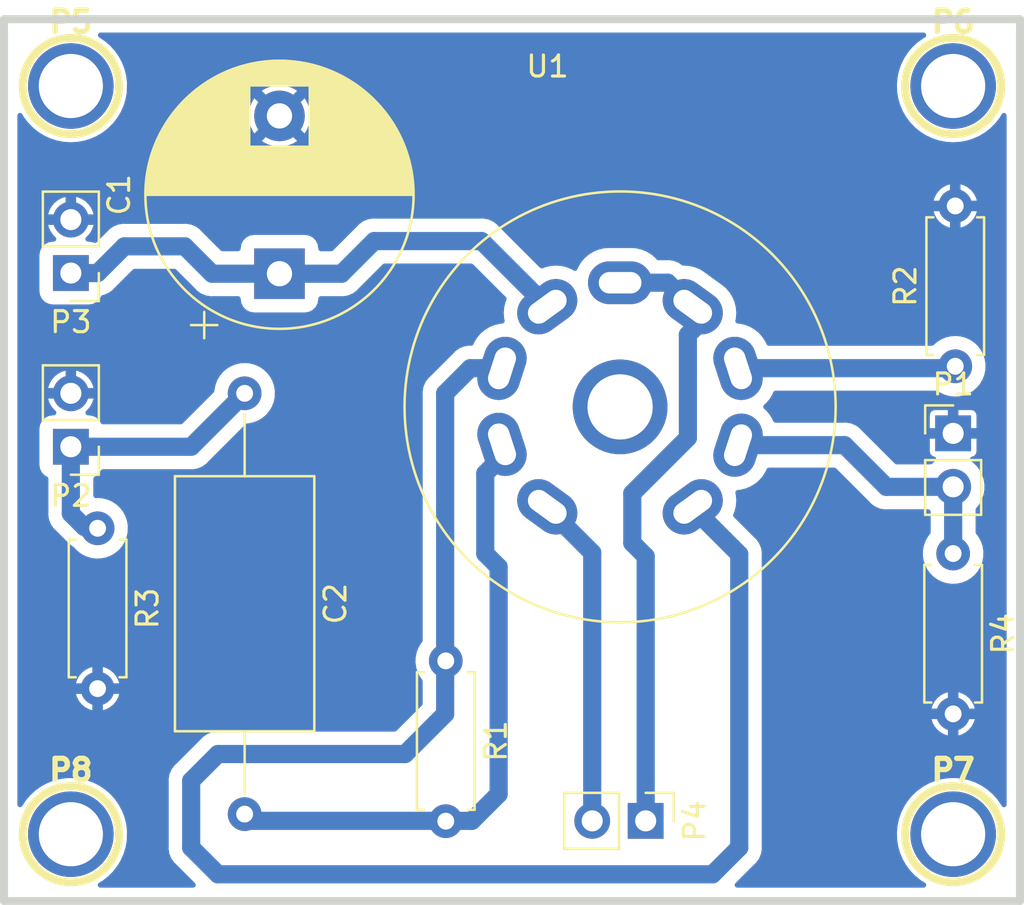
<source format=kicad_pcb>
(kicad_pcb (version 20190905) (host pcbnew "(5.99.0-150-g11f1ce14d)")

  (general
    (thickness 1.6002)
    (drawings 4)
    (tracks 53)
    (modules 15)
    (nets 14)
  )

  (page "A4")
  (layers
    (0 "Dessus" signal)
    (31 "Dessous" signal)
    (32 "B.Adhes" user)
    (33 "F.Adhes" user)
    (34 "B.Paste" user)
    (35 "F.Paste" user)
    (36 "B.SilkS" user)
    (37 "F.SilkS" user)
    (38 "B.Mask" user)
    (39 "F.Mask" user)
    (40 "Dwgs.User" user)
    (41 "Cmts.User" user)
    (42 "Eco1.User" user)
    (43 "Eco2.User" user)
    (44 "Edge.Cuts" user)
    (46 "B.CrtYd" user)
    (47 "F.CrtYd" user)
    (48 "B.Fab" user)
    (49 "F.Fab" user)
  )

  (setup
    (last_trace_width 0.8636)
    (user_trace_width 1)
    (user_trace_width 2)
    (user_trace_width 3)
    (trace_clearance 0.508)
    (zone_clearance 0.635)
    (zone_45_only no)
    (trace_min 0.154)
    (via_size 1.905)
    (via_drill 0.635)
    (via_min_size 0.889)
    (via_min_drill 0.508)
    (user_via 2 1)
    (user_via 3 2)
    (uvia_size 0.508)
    (uvia_drill 0.127)
    (uvias_allowed no)
    (uvia_min_size 0.508)
    (uvia_min_drill 0.127)
    (max_error 0.005)
    (defaults
      (edge_clearance 0.01)
      (edge_cuts_line_width 0.381)
      (courtyard_line_width 0.05)
      (copper_line_width 0.381)
      (copper_text_dims (size 1.524 2.032) (thickness 0.3048) keep_upright)
      (silk_line_width 0.381)
      (silk_text_dims (size 1.524 1.524) (thickness 0.3048) keep_upright)
      (other_layers_line_width 0.1)
      (other_layers_text_dims (size 1 1) (thickness 0.15) keep_upright)
    )
    (pad_size 4.064 4.064)
    (pad_drill 3.048)
    (pad_to_mask_clearance 0.1)
    (aux_axis_origin 0 0)
    (visible_elements 7FFFFFFF)
    (pcbplotparams
      (layerselection 0x00030_80000001)
      (usegerberextensions true)
      (usegerberattributes false)
      (usegerberadvancedattributes false)
      (creategerberjobfile false)
      (excludeedgelayer true)
      (linewidth 0.150000)
      (plotframeref false)
      (viasonmask false)
      (mode 1)
      (useauxorigin false)
      (hpglpennumber 1)
      (hpglpenspeed 20)
      (hpglpendiameter 15.000000)
      (psnegative false)
      (psa4output false)
      (plotreference true)
      (plotvalue true)
      (plotinvisibletext false)
      (padsonsilk false)
      (subtractmaskfromsilk false)
      (outputformat 1)
      (mirror false)
      (drillshape 1)
      (scaleselection 1)
      (outputdirectory "")
    )
  )

  (net 0 "")
  (net 1 "GND")
  (net 2 "Net-(C1-Pad1)")
  (net 3 "Net-(C2-Pad1)")
  (net 4 "Net-(C2-Pad2)")
  (net 5 "Net-(P1-Pad2)")
  (net 6 "Net-(P4-Pad1)")
  (net 7 "Net-(P4-Pad2)")
  (net 8 "Net-(R1-Pad1)")
  (net 9 "Net-(R2-Pad1)")
  (net 10 "Net-(P5-Pad1)")
  (net 11 "Net-(P6-Pad1)")
  (net 12 "Net-(P7-Pad1)")
  (net 13 "Net-(P8-Pad1)")

  (net_class "Default" "Ceci est la Netclass par défaut"
    (clearance 0.508)
    (trace_width 0.8636)
    (via_dia 1.905)
    (via_drill 0.635)
    (uvia_dia 0.508)
    (uvia_drill 0.127)
    (add_net "GND")
    (add_net "Net-(C1-Pad1)")
    (add_net "Net-(C2-Pad1)")
    (add_net "Net-(C2-Pad2)")
    (add_net "Net-(P1-Pad2)")
    (add_net "Net-(P4-Pad1)")
    (add_net "Net-(P4-Pad2)")
    (add_net "Net-(P5-Pad1)")
    (add_net "Net-(P6-Pad1)")
    (add_net "Net-(P7-Pad1)")
    (add_net "Net-(P8-Pad1)")
    (add_net "Net-(R1-Pad1)")
    (add_net "Net-(R2-Pad1)")
  )

  (module "Capacitor_THT:CP_Radial_D12.5mm_P7.50mm" (layer "Dessus") (tedit 5A533290) (tstamp 54A58357)
    (at 133.1 102.9 90)
    (descr "CP, Radial series, Radial, pin pitch=7.50mm, , diameter=12.5mm, Electrolytic Capacitor")
    (tags "CP Radial series Radial pin pitch 7.50mm  diameter 12.5mm Electrolytic Capacitor")
    (path "/4549F4BE")
    (fp_text reference "C1" (at 3.75 -7.62 90) (layer "F.SilkS")
      (effects (font (size 1 1) (thickness 0.15)))
    )
    (fp_text value "10uF" (at 3.75 7.62 90) (layer "F.Fab")
      (effects (font (size 1 1) (thickness 0.15)))
    )
    (fp_circle (center 3.75 0) (end 10 0) (layer "F.Fab") (width 0.1))
    (fp_circle (center 3.75 0) (end 10.12 0) (layer "F.SilkS") (width 0.12))
    (fp_circle (center 3.75 0) (end 10.25 0) (layer "F.CrtYd") (width 0.05))
    (fp_line (start -1.616489 -2.7375) (end -0.366489 -2.7375) (layer "F.Fab") (width 0.1))
    (fp_line (start -0.991489 -3.3625) (end -0.991489 -2.1125) (layer "F.Fab") (width 0.1))
    (fp_line (start 3.75 -6.33) (end 3.75 6.33) (layer "F.SilkS") (width 0.12))
    (fp_line (start 3.79 -6.33) (end 3.79 6.33) (layer "F.SilkS") (width 0.12))
    (fp_line (start 3.83 -6.33) (end 3.83 6.33) (layer "F.SilkS") (width 0.12))
    (fp_line (start 3.87 -6.329) (end 3.87 6.329) (layer "F.SilkS") (width 0.12))
    (fp_line (start 3.91 -6.328) (end 3.91 6.328) (layer "F.SilkS") (width 0.12))
    (fp_line (start 3.95 -6.327) (end 3.95 6.327) (layer "F.SilkS") (width 0.12))
    (fp_line (start 3.99 -6.326) (end 3.99 6.326) (layer "F.SilkS") (width 0.12))
    (fp_line (start 4.03 -6.324) (end 4.03 6.324) (layer "F.SilkS") (width 0.12))
    (fp_line (start 4.07 -6.322) (end 4.07 6.322) (layer "F.SilkS") (width 0.12))
    (fp_line (start 4.11 -6.32) (end 4.11 6.32) (layer "F.SilkS") (width 0.12))
    (fp_line (start 4.15 -6.318) (end 4.15 6.318) (layer "F.SilkS") (width 0.12))
    (fp_line (start 4.19 -6.315) (end 4.19 6.315) (layer "F.SilkS") (width 0.12))
    (fp_line (start 4.23 -6.312) (end 4.23 6.312) (layer "F.SilkS") (width 0.12))
    (fp_line (start 4.27 -6.309) (end 4.27 6.309) (layer "F.SilkS") (width 0.12))
    (fp_line (start 4.31 -6.306) (end 4.31 6.306) (layer "F.SilkS") (width 0.12))
    (fp_line (start 4.35 -6.302) (end 4.35 6.302) (layer "F.SilkS") (width 0.12))
    (fp_line (start 4.39 -6.298) (end 4.39 6.298) (layer "F.SilkS") (width 0.12))
    (fp_line (start 4.43 -6.294) (end 4.43 6.294) (layer "F.SilkS") (width 0.12))
    (fp_line (start 4.471 -6.29) (end 4.471 6.29) (layer "F.SilkS") (width 0.12))
    (fp_line (start 4.511 -6.285) (end 4.511 6.285) (layer "F.SilkS") (width 0.12))
    (fp_line (start 4.551 -6.28) (end 4.551 6.28) (layer "F.SilkS") (width 0.12))
    (fp_line (start 4.591 -6.275) (end 4.591 6.275) (layer "F.SilkS") (width 0.12))
    (fp_line (start 4.631 -6.269) (end 4.631 6.269) (layer "F.SilkS") (width 0.12))
    (fp_line (start 4.671 -6.264) (end 4.671 6.264) (layer "F.SilkS") (width 0.12))
    (fp_line (start 4.711 -6.258) (end 4.711 6.258) (layer "F.SilkS") (width 0.12))
    (fp_line (start 4.751 -6.252) (end 4.751 6.252) (layer "F.SilkS") (width 0.12))
    (fp_line (start 4.791 -6.245) (end 4.791 6.245) (layer "F.SilkS") (width 0.12))
    (fp_line (start 4.831 -6.238) (end 4.831 6.238) (layer "F.SilkS") (width 0.12))
    (fp_line (start 4.871 -6.231) (end 4.871 6.231) (layer "F.SilkS") (width 0.12))
    (fp_line (start 4.911 -6.224) (end 4.911 6.224) (layer "F.SilkS") (width 0.12))
    (fp_line (start 4.951 -6.216) (end 4.951 6.216) (layer "F.SilkS") (width 0.12))
    (fp_line (start 4.991 -6.209) (end 4.991 6.209) (layer "F.SilkS") (width 0.12))
    (fp_line (start 5.031 -6.201) (end 5.031 6.201) (layer "F.SilkS") (width 0.12))
    (fp_line (start 5.071 -6.192) (end 5.071 6.192) (layer "F.SilkS") (width 0.12))
    (fp_line (start 5.111 -6.184) (end 5.111 6.184) (layer "F.SilkS") (width 0.12))
    (fp_line (start 5.151 -6.175) (end 5.151 6.175) (layer "F.SilkS") (width 0.12))
    (fp_line (start 5.191 -6.166) (end 5.191 6.166) (layer "F.SilkS") (width 0.12))
    (fp_line (start 5.231 -6.156) (end 5.231 6.156) (layer "F.SilkS") (width 0.12))
    (fp_line (start 5.271 -6.146) (end 5.271 6.146) (layer "F.SilkS") (width 0.12))
    (fp_line (start 5.311 -6.137) (end 5.311 6.137) (layer "F.SilkS") (width 0.12))
    (fp_line (start 5.351 -6.126) (end 5.351 6.126) (layer "F.SilkS") (width 0.12))
    (fp_line (start 5.391 -6.116) (end 5.391 6.116) (layer "F.SilkS") (width 0.12))
    (fp_line (start 5.431 -6.105) (end 5.431 6.105) (layer "F.SilkS") (width 0.12))
    (fp_line (start 5.471 -6.094) (end 5.471 6.094) (layer "F.SilkS") (width 0.12))
    (fp_line (start 5.511 -6.083) (end 5.511 6.083) (layer "F.SilkS") (width 0.12))
    (fp_line (start 5.551 -6.071) (end 5.551 6.071) (layer "F.SilkS") (width 0.12))
    (fp_line (start 5.591 -6.059) (end 5.591 6.059) (layer "F.SilkS") (width 0.12))
    (fp_line (start 5.631 -6.047) (end 5.631 6.047) (layer "F.SilkS") (width 0.12))
    (fp_line (start 5.671 -6.034) (end 5.671 6.034) (layer "F.SilkS") (width 0.12))
    (fp_line (start 5.711 -6.021) (end 5.711 6.021) (layer "F.SilkS") (width 0.12))
    (fp_line (start 5.751 -6.008) (end 5.751 6.008) (layer "F.SilkS") (width 0.12))
    (fp_line (start 5.791 -5.995) (end 5.791 5.995) (layer "F.SilkS") (width 0.12))
    (fp_line (start 5.831 -5.981) (end 5.831 5.981) (layer "F.SilkS") (width 0.12))
    (fp_line (start 5.871 -5.967) (end 5.871 5.967) (layer "F.SilkS") (width 0.12))
    (fp_line (start 5.911 -5.953) (end 5.911 5.953) (layer "F.SilkS") (width 0.12))
    (fp_line (start 5.951 -5.939) (end 5.951 5.939) (layer "F.SilkS") (width 0.12))
    (fp_line (start 5.991 -5.924) (end 5.991 5.924) (layer "F.SilkS") (width 0.12))
    (fp_line (start 6.031 -5.908) (end 6.031 5.908) (layer "F.SilkS") (width 0.12))
    (fp_line (start 6.071 -5.893) (end 6.071 -1.44) (layer "F.SilkS") (width 0.12))
    (fp_line (start 6.071 1.44) (end 6.071 5.893) (layer "F.SilkS") (width 0.12))
    (fp_line (start 6.111 -5.877) (end 6.111 -1.44) (layer "F.SilkS") (width 0.12))
    (fp_line (start 6.111 1.44) (end 6.111 5.877) (layer "F.SilkS") (width 0.12))
    (fp_line (start 6.151 -5.861) (end 6.151 -1.44) (layer "F.SilkS") (width 0.12))
    (fp_line (start 6.151 1.44) (end 6.151 5.861) (layer "F.SilkS") (width 0.12))
    (fp_line (start 6.191 -5.845) (end 6.191 -1.44) (layer "F.SilkS") (width 0.12))
    (fp_line (start 6.191 1.44) (end 6.191 5.845) (layer "F.SilkS") (width 0.12))
    (fp_line (start 6.231 -5.828) (end 6.231 -1.44) (layer "F.SilkS") (width 0.12))
    (fp_line (start 6.231 1.44) (end 6.231 5.828) (layer "F.SilkS") (width 0.12))
    (fp_line (start 6.271 -5.811) (end 6.271 -1.44) (layer "F.SilkS") (width 0.12))
    (fp_line (start 6.271 1.44) (end 6.271 5.811) (layer "F.SilkS") (width 0.12))
    (fp_line (start 6.311 -5.793) (end 6.311 -1.44) (layer "F.SilkS") (width 0.12))
    (fp_line (start 6.311 1.44) (end 6.311 5.793) (layer "F.SilkS") (width 0.12))
    (fp_line (start 6.351 -5.776) (end 6.351 -1.44) (layer "F.SilkS") (width 0.12))
    (fp_line (start 6.351 1.44) (end 6.351 5.776) (layer "F.SilkS") (width 0.12))
    (fp_line (start 6.391 -5.758) (end 6.391 -1.44) (layer "F.SilkS") (width 0.12))
    (fp_line (start 6.391 1.44) (end 6.391 5.758) (layer "F.SilkS") (width 0.12))
    (fp_line (start 6.431 -5.739) (end 6.431 -1.44) (layer "F.SilkS") (width 0.12))
    (fp_line (start 6.431 1.44) (end 6.431 5.739) (layer "F.SilkS") (width 0.12))
    (fp_line (start 6.471 -5.721) (end 6.471 -1.44) (layer "F.SilkS") (width 0.12))
    (fp_line (start 6.471 1.44) (end 6.471 5.721) (layer "F.SilkS") (width 0.12))
    (fp_line (start 6.511 -5.702) (end 6.511 -1.44) (layer "F.SilkS") (width 0.12))
    (fp_line (start 6.511 1.44) (end 6.511 5.702) (layer "F.SilkS") (width 0.12))
    (fp_line (start 6.551 -5.682) (end 6.551 -1.44) (layer "F.SilkS") (width 0.12))
    (fp_line (start 6.551 1.44) (end 6.551 5.682) (layer "F.SilkS") (width 0.12))
    (fp_line (start 6.591 -5.662) (end 6.591 -1.44) (layer "F.SilkS") (width 0.12))
    (fp_line (start 6.591 1.44) (end 6.591 5.662) (layer "F.SilkS") (width 0.12))
    (fp_line (start 6.631 -5.642) (end 6.631 -1.44) (layer "F.SilkS") (width 0.12))
    (fp_line (start 6.631 1.44) (end 6.631 5.642) (layer "F.SilkS") (width 0.12))
    (fp_line (start 6.671 -5.622) (end 6.671 -1.44) (layer "F.SilkS") (width 0.12))
    (fp_line (start 6.671 1.44) (end 6.671 5.622) (layer "F.SilkS") (width 0.12))
    (fp_line (start 6.711 -5.601) (end 6.711 -1.44) (layer "F.SilkS") (width 0.12))
    (fp_line (start 6.711 1.44) (end 6.711 5.601) (layer "F.SilkS") (width 0.12))
    (fp_line (start 6.751 -5.58) (end 6.751 -1.44) (layer "F.SilkS") (width 0.12))
    (fp_line (start 6.751 1.44) (end 6.751 5.58) (layer "F.SilkS") (width 0.12))
    (fp_line (start 6.791 -5.558) (end 6.791 -1.44) (layer "F.SilkS") (width 0.12))
    (fp_line (start 6.791 1.44) (end 6.791 5.558) (layer "F.SilkS") (width 0.12))
    (fp_line (start 6.831 -5.536) (end 6.831 -1.44) (layer "F.SilkS") (width 0.12))
    (fp_line (start 6.831 1.44) (end 6.831 5.536) (layer "F.SilkS") (width 0.12))
    (fp_line (start 6.871 -5.514) (end 6.871 -1.44) (layer "F.SilkS") (width 0.12))
    (fp_line (start 6.871 1.44) (end 6.871 5.514) (layer "F.SilkS") (width 0.12))
    (fp_line (start 6.911 -5.491) (end 6.911 -1.44) (layer "F.SilkS") (width 0.12))
    (fp_line (start 6.911 1.44) (end 6.911 5.491) (layer "F.SilkS") (width 0.12))
    (fp_line (start 6.951 -5.468) (end 6.951 -1.44) (layer "F.SilkS") (width 0.12))
    (fp_line (start 6.951 1.44) (end 6.951 5.468) (layer "F.SilkS") (width 0.12))
    (fp_line (start 6.991 -5.445) (end 6.991 -1.44) (layer "F.SilkS") (width 0.12))
    (fp_line (start 6.991 1.44) (end 6.991 5.445) (layer "F.SilkS") (width 0.12))
    (fp_line (start 7.031 -5.421) (end 7.031 -1.44) (layer "F.SilkS") (width 0.12))
    (fp_line (start 7.031 1.44) (end 7.031 5.421) (layer "F.SilkS") (width 0.12))
    (fp_line (start 7.071 -5.397) (end 7.071 -1.44) (layer "F.SilkS") (width 0.12))
    (fp_line (start 7.071 1.44) (end 7.071 5.397) (layer "F.SilkS") (width 0.12))
    (fp_line (start 7.111 -5.372) (end 7.111 -1.44) (layer "F.SilkS") (width 0.12))
    (fp_line (start 7.111 1.44) (end 7.111 5.372) (layer "F.SilkS") (width 0.12))
    (fp_line (start 7.151 -5.347) (end 7.151 -1.44) (layer "F.SilkS") (width 0.12))
    (fp_line (start 7.151 1.44) (end 7.151 5.347) (layer "F.SilkS") (width 0.12))
    (fp_line (start 7.191 -5.322) (end 7.191 -1.44) (layer "F.SilkS") (width 0.12))
    (fp_line (start 7.191 1.44) (end 7.191 5.322) (layer "F.SilkS") (width 0.12))
    (fp_line (start 7.231 -5.296) (end 7.231 -1.44) (layer "F.SilkS") (width 0.12))
    (fp_line (start 7.231 1.44) (end 7.231 5.296) (layer "F.SilkS") (width 0.12))
    (fp_line (start 7.271 -5.27) (end 7.271 -1.44) (layer "F.SilkS") (width 0.12))
    (fp_line (start 7.271 1.44) (end 7.271 5.27) (layer "F.SilkS") (width 0.12))
    (fp_line (start 7.311 -5.243) (end 7.311 -1.44) (layer "F.SilkS") (width 0.12))
    (fp_line (start 7.311 1.44) (end 7.311 5.243) (layer "F.SilkS") (width 0.12))
    (fp_line (start 7.351 -5.216) (end 7.351 -1.44) (layer "F.SilkS") (width 0.12))
    (fp_line (start 7.351 1.44) (end 7.351 5.216) (layer "F.SilkS") (width 0.12))
    (fp_line (start 7.391 -5.188) (end 7.391 -1.44) (layer "F.SilkS") (width 0.12))
    (fp_line (start 7.391 1.44) (end 7.391 5.188) (layer "F.SilkS") (width 0.12))
    (fp_line (start 7.431 -5.16) (end 7.431 -1.44) (layer "F.SilkS") (width 0.12))
    (fp_line (start 7.431 1.44) (end 7.431 5.16) (layer "F.SilkS") (width 0.12))
    (fp_line (start 7.471 -5.131) (end 7.471 -1.44) (layer "F.SilkS") (width 0.12))
    (fp_line (start 7.471 1.44) (end 7.471 5.131) (layer "F.SilkS") (width 0.12))
    (fp_line (start 7.511 -5.102) (end 7.511 -1.44) (layer "F.SilkS") (width 0.12))
    (fp_line (start 7.511 1.44) (end 7.511 5.102) (layer "F.SilkS") (width 0.12))
    (fp_line (start 7.551 -5.073) (end 7.551 -1.44) (layer "F.SilkS") (width 0.12))
    (fp_line (start 7.551 1.44) (end 7.551 5.073) (layer "F.SilkS") (width 0.12))
    (fp_line (start 7.591 -5.043) (end 7.591 -1.44) (layer "F.SilkS") (width 0.12))
    (fp_line (start 7.591 1.44) (end 7.591 5.043) (layer "F.SilkS") (width 0.12))
    (fp_line (start 7.631 -5.012) (end 7.631 -1.44) (layer "F.SilkS") (width 0.12))
    (fp_line (start 7.631 1.44) (end 7.631 5.012) (layer "F.SilkS") (width 0.12))
    (fp_line (start 7.671 -4.982) (end 7.671 -1.44) (layer "F.SilkS") (width 0.12))
    (fp_line (start 7.671 1.44) (end 7.671 4.982) (layer "F.SilkS") (width 0.12))
    (fp_line (start 7.711 -4.95) (end 7.711 -1.44) (layer "F.SilkS") (width 0.12))
    (fp_line (start 7.711 1.44) (end 7.711 4.95) (layer "F.SilkS") (width 0.12))
    (fp_line (start 7.751 -4.918) (end 7.751 -1.44) (layer "F.SilkS") (width 0.12))
    (fp_line (start 7.751 1.44) (end 7.751 4.918) (layer "F.SilkS") (width 0.12))
    (fp_line (start 7.791 -4.885) (end 7.791 -1.44) (layer "F.SilkS") (width 0.12))
    (fp_line (start 7.791 1.44) (end 7.791 4.885) (layer "F.SilkS") (width 0.12))
    (fp_line (start 7.831 -4.852) (end 7.831 -1.44) (layer "F.SilkS") (width 0.12))
    (fp_line (start 7.831 1.44) (end 7.831 4.852) (layer "F.SilkS") (width 0.12))
    (fp_line (start 7.871 -4.819) (end 7.871 -1.44) (layer "F.SilkS") (width 0.12))
    (fp_line (start 7.871 1.44) (end 7.871 4.819) (layer "F.SilkS") (width 0.12))
    (fp_line (start 7.911 -4.785) (end 7.911 -1.44) (layer "F.SilkS") (width 0.12))
    (fp_line (start 7.911 1.44) (end 7.911 4.785) (layer "F.SilkS") (width 0.12))
    (fp_line (start 7.951 -4.75) (end 7.951 -1.44) (layer "F.SilkS") (width 0.12))
    (fp_line (start 7.951 1.44) (end 7.951 4.75) (layer "F.SilkS") (width 0.12))
    (fp_line (start 7.991 -4.714) (end 7.991 -1.44) (layer "F.SilkS") (width 0.12))
    (fp_line (start 7.991 1.44) (end 7.991 4.714) (layer "F.SilkS") (width 0.12))
    (fp_line (start 8.031 -4.678) (end 8.031 -1.44) (layer "F.SilkS") (width 0.12))
    (fp_line (start 8.031 1.44) (end 8.031 4.678) (layer "F.SilkS") (width 0.12))
    (fp_line (start 8.071 -4.642) (end 8.071 -1.44) (layer "F.SilkS") (width 0.12))
    (fp_line (start 8.071 1.44) (end 8.071 4.642) (layer "F.SilkS") (width 0.12))
    (fp_line (start 8.111 -4.605) (end 8.111 -1.44) (layer "F.SilkS") (width 0.12))
    (fp_line (start 8.111 1.44) (end 8.111 4.605) (layer "F.SilkS") (width 0.12))
    (fp_line (start 8.151 -4.567) (end 8.151 -1.44) (layer "F.SilkS") (width 0.12))
    (fp_line (start 8.151 1.44) (end 8.151 4.567) (layer "F.SilkS") (width 0.12))
    (fp_line (start 8.191 -4.528) (end 8.191 -1.44) (layer "F.SilkS") (width 0.12))
    (fp_line (start 8.191 1.44) (end 8.191 4.528) (layer "F.SilkS") (width 0.12))
    (fp_line (start 8.231 -4.489) (end 8.231 -1.44) (layer "F.SilkS") (width 0.12))
    (fp_line (start 8.231 1.44) (end 8.231 4.489) (layer "F.SilkS") (width 0.12))
    (fp_line (start 8.271 -4.449) (end 8.271 -1.44) (layer "F.SilkS") (width 0.12))
    (fp_line (start 8.271 1.44) (end 8.271 4.449) (layer "F.SilkS") (width 0.12))
    (fp_line (start 8.311 -4.408) (end 8.311 -1.44) (layer "F.SilkS") (width 0.12))
    (fp_line (start 8.311 1.44) (end 8.311 4.408) (layer "F.SilkS") (width 0.12))
    (fp_line (start 8.351 -4.367) (end 8.351 -1.44) (layer "F.SilkS") (width 0.12))
    (fp_line (start 8.351 1.44) (end 8.351 4.367) (layer "F.SilkS") (width 0.12))
    (fp_line (start 8.391 -4.325) (end 8.391 -1.44) (layer "F.SilkS") (width 0.12))
    (fp_line (start 8.391 1.44) (end 8.391 4.325) (layer "F.SilkS") (width 0.12))
    (fp_line (start 8.431 -4.282) (end 8.431 -1.44) (layer "F.SilkS") (width 0.12))
    (fp_line (start 8.431 1.44) (end 8.431 4.282) (layer "F.SilkS") (width 0.12))
    (fp_line (start 8.471 -4.238) (end 8.471 -1.44) (layer "F.SilkS") (width 0.12))
    (fp_line (start 8.471 1.44) (end 8.471 4.238) (layer "F.SilkS") (width 0.12))
    (fp_line (start 8.511 -4.194) (end 8.511 -1.44) (layer "F.SilkS") (width 0.12))
    (fp_line (start 8.511 1.44) (end 8.511 4.194) (layer "F.SilkS") (width 0.12))
    (fp_line (start 8.551 -4.148) (end 8.551 -1.44) (layer "F.SilkS") (width 0.12))
    (fp_line (start 8.551 1.44) (end 8.551 4.148) (layer "F.SilkS") (width 0.12))
    (fp_line (start 8.591 -4.102) (end 8.591 -1.44) (layer "F.SilkS") (width 0.12))
    (fp_line (start 8.591 1.44) (end 8.591 4.102) (layer "F.SilkS") (width 0.12))
    (fp_line (start 8.631 -4.055) (end 8.631 -1.44) (layer "F.SilkS") (width 0.12))
    (fp_line (start 8.631 1.44) (end 8.631 4.055) (layer "F.SilkS") (width 0.12))
    (fp_line (start 8.671 -4.007) (end 8.671 -1.44) (layer "F.SilkS") (width 0.12))
    (fp_line (start 8.671 1.44) (end 8.671 4.007) (layer "F.SilkS") (width 0.12))
    (fp_line (start 8.711 -3.957) (end 8.711 -1.44) (layer "F.SilkS") (width 0.12))
    (fp_line (start 8.711 1.44) (end 8.711 3.957) (layer "F.SilkS") (width 0.12))
    (fp_line (start 8.751 -3.907) (end 8.751 -1.44) (layer "F.SilkS") (width 0.12))
    (fp_line (start 8.751 1.44) (end 8.751 3.907) (layer "F.SilkS") (width 0.12))
    (fp_line (start 8.791 -3.856) (end 8.791 -1.44) (layer "F.SilkS") (width 0.12))
    (fp_line (start 8.791 1.44) (end 8.791 3.856) (layer "F.SilkS") (width 0.12))
    (fp_line (start 8.831 -3.804) (end 8.831 -1.44) (layer "F.SilkS") (width 0.12))
    (fp_line (start 8.831 1.44) (end 8.831 3.804) (layer "F.SilkS") (width 0.12))
    (fp_line (start 8.871 -3.75) (end 8.871 -1.44) (layer "F.SilkS") (width 0.12))
    (fp_line (start 8.871 1.44) (end 8.871 3.75) (layer "F.SilkS") (width 0.12))
    (fp_line (start 8.911 -3.696) (end 8.911 -1.44) (layer "F.SilkS") (width 0.12))
    (fp_line (start 8.911 1.44) (end 8.911 3.696) (layer "F.SilkS") (width 0.12))
    (fp_line (start 8.951 -3.64) (end 8.951 3.64) (layer "F.SilkS") (width 0.12))
    (fp_line (start 8.991 -3.583) (end 8.991 3.583) (layer "F.SilkS") (width 0.12))
    (fp_line (start 9.031 -3.524) (end 9.031 3.524) (layer "F.SilkS") (width 0.12))
    (fp_line (start 9.071 -3.464) (end 9.071 3.464) (layer "F.SilkS") (width 0.12))
    (fp_line (start 9.111 -3.402) (end 9.111 3.402) (layer "F.SilkS") (width 0.12))
    (fp_line (start 9.151 -3.339) (end 9.151 3.339) (layer "F.SilkS") (width 0.12))
    (fp_line (start 9.191 -3.275) (end 9.191 3.275) (layer "F.SilkS") (width 0.12))
    (fp_line (start 9.231 -3.208) (end 9.231 3.208) (layer "F.SilkS") (width 0.12))
    (fp_line (start 9.271 -3.14) (end 9.271 3.14) (layer "F.SilkS") (width 0.12))
    (fp_line (start 9.311 -3.069) (end 9.311 3.069) (layer "F.SilkS") (width 0.12))
    (fp_line (start 9.351 -2.996) (end 9.351 2.996) (layer "F.SilkS") (width 0.12))
    (fp_line (start 9.391 -2.921) (end 9.391 2.921) (layer "F.SilkS") (width 0.12))
    (fp_line (start 9.431 -2.844) (end 9.431 2.844) (layer "F.SilkS") (width 0.12))
    (fp_line (start 9.471 -2.764) (end 9.471 2.764) (layer "F.SilkS") (width 0.12))
    (fp_line (start 9.511 -2.681) (end 9.511 2.681) (layer "F.SilkS") (width 0.12))
    (fp_line (start 9.551 -2.594) (end 9.551 2.594) (layer "F.SilkS") (width 0.12))
    (fp_line (start 9.591 -2.504) (end 9.591 2.504) (layer "F.SilkS") (width 0.12))
    (fp_line (start 9.631 -2.41) (end 9.631 2.41) (layer "F.SilkS") (width 0.12))
    (fp_line (start 9.671 -2.312) (end 9.671 2.312) (layer "F.SilkS") (width 0.12))
    (fp_line (start 9.711 -2.209) (end 9.711 2.209) (layer "F.SilkS") (width 0.12))
    (fp_line (start 9.751 -2.1) (end 9.751 2.1) (layer "F.SilkS") (width 0.12))
    (fp_line (start 9.791 -1.984) (end 9.791 1.984) (layer "F.SilkS") (width 0.12))
    (fp_line (start 9.831 -1.861) (end 9.831 1.861) (layer "F.SilkS") (width 0.12))
    (fp_line (start 9.871 -1.728) (end 9.871 1.728) (layer "F.SilkS") (width 0.12))
    (fp_line (start 9.911 -1.583) (end 9.911 1.583) (layer "F.SilkS") (width 0.12))
    (fp_line (start 9.951 -1.422) (end 9.951 1.422) (layer "F.SilkS") (width 0.12))
    (fp_line (start 9.991 -1.241) (end 9.991 1.241) (layer "F.SilkS") (width 0.12))
    (fp_line (start 10.031 -1.028) (end 10.031 1.028) (layer "F.SilkS") (width 0.12))
    (fp_line (start 10.071 -0.757) (end 10.071 0.757) (layer "F.SilkS") (width 0.12))
    (fp_line (start 10.111 -0.317) (end 10.111 0.317) (layer "F.SilkS") (width 0.12))
    (fp_line (start -3.067082 -3.575) (end -1.817082 -3.575) (layer "F.SilkS") (width 0.12))
    (fp_line (start -2.442082 -4.2) (end -2.442082 -2.95) (layer "F.SilkS") (width 0.12))
    (fp_text user "%R" (at 3.75 0 90) (layer "F.Fab")
      (effects (font (size 1 1) (thickness 0.15)))
    )
    (pad "2" thru_hole circle (at 7.5 0 90) (size 2.4 2.4) (drill 1.2) (layers *.Cu *.Mask)
      (net 1 "GND"))
    (pad "1" thru_hole rect (at 0 0 90) (size 2.4 2.4) (drill 1.2) (layers *.Cu *.Mask)
      (net 2 "Net-(C1-Pad1)"))
    (model "${KISYS3DMOD}/Capacitor_THT.3dshapes/CP_Radial_D12.5mm_P7.50mm.wrl"
      (at (xyz 0 0 0))
      (scale (xyz 1 1 1))
      (rotate (xyz 0 0 0))
    )
  )

  (module "Resistor_THT:R_Axial_DIN0207_L6.3mm_D2.5mm_P7.62mm_Horizontal" (layer "Dessus") (tedit 5A24F4B6) (tstamp 54A58389)
    (at 141 121.3 -90)
    (descr "Resistor, Axial_DIN0207 series, Axial, Horizontal, pin pitch=7.62mm, 0.25W = 1/4W, length*diameter=6.3*2.5mm^2, http://cdn-reichelt.de/documents/datenblatt/B400/1_4W%23YAG.pdf")
    (tags "Resistor Axial_DIN0207 series Axial Horizontal pin pitch 7.62mm 0.25W = 1/4W length 6.3mm diameter 2.5mm")
    (path "/4549F38A")
    (fp_text reference "R1" (at 3.81 -2.37 -90) (layer "F.SilkS")
      (effects (font (size 1 1) (thickness 0.15)))
    )
    (fp_text value "1.5K" (at 3.81 2.37 -90) (layer "F.Fab")
      (effects (font (size 1 1) (thickness 0.15)))
    )
    (fp_line (start 0.66 -1.25) (end 0.66 1.25) (layer "F.Fab") (width 0.1))
    (fp_line (start 0.66 1.25) (end 6.96 1.25) (layer "F.Fab") (width 0.1))
    (fp_line (start 6.96 1.25) (end 6.96 -1.25) (layer "F.Fab") (width 0.1))
    (fp_line (start 6.96 -1.25) (end 0.66 -1.25) (layer "F.Fab") (width 0.1))
    (fp_line (start 0 0) (end 0.66 0) (layer "F.Fab") (width 0.1))
    (fp_line (start 7.62 0) (end 6.96 0) (layer "F.Fab") (width 0.1))
    (fp_line (start 0.54 -1.04) (end 0.54 -1.37) (layer "F.SilkS") (width 0.12))
    (fp_line (start 0.54 -1.37) (end 7.08 -1.37) (layer "F.SilkS") (width 0.12))
    (fp_line (start 7.08 -1.37) (end 7.08 -1.04) (layer "F.SilkS") (width 0.12))
    (fp_line (start 0.54 1.04) (end 0.54 1.37) (layer "F.SilkS") (width 0.12))
    (fp_line (start 0.54 1.37) (end 7.08 1.37) (layer "F.SilkS") (width 0.12))
    (fp_line (start 7.08 1.37) (end 7.08 1.04) (layer "F.SilkS") (width 0.12))
    (fp_line (start -1.05 -1.65) (end -1.05 1.65) (layer "F.CrtYd") (width 0.05))
    (fp_line (start -1.05 1.65) (end 8.7 1.65) (layer "F.CrtYd") (width 0.05))
    (fp_line (start 8.7 1.65) (end 8.7 -1.65) (layer "F.CrtYd") (width 0.05))
    (fp_line (start 8.7 -1.65) (end -1.05 -1.65) (layer "F.CrtYd") (width 0.05))
    (fp_text user "%R" (at 3.81 0 -90) (layer "F.Fab")
      (effects (font (size 1 1) (thickness 0.15)))
    )
    (pad "2" thru_hole oval (at 7.62 0 270) (size 1.6 1.6) (drill 0.8) (layers *.Cu *.Mask)
      (net 4 "Net-(C2-Pad2)"))
    (pad "1" thru_hole circle (at 0 0 270) (size 1.6 1.6) (drill 0.8) (layers *.Cu *.Mask)
      (net 8 "Net-(R1-Pad1)"))
    (model "${KISYS3DMOD}/Resistor_THT.3dshapes/R_Axial_DIN0207_L6.3mm_D2.5mm_P7.62mm_Horizontal.wrl"
      (at (xyz 0 0 0))
      (scale (xyz 1 1 1))
      (rotate (xyz 0 0 0))
    )
  )

  (module "Resistor_THT:R_Axial_DIN0207_L6.3mm_D2.5mm_P7.62mm_Horizontal" (layer "Dessus") (tedit 5A24F4B6) (tstamp 54A5838E)
    (at 165.2 107.3 90)
    (descr "Resistor, Axial_DIN0207 series, Axial, Horizontal, pin pitch=7.62mm, 0.25W = 1/4W, length*diameter=6.3*2.5mm^2, http://cdn-reichelt.de/documents/datenblatt/B400/1_4W%23YAG.pdf")
    (tags "Resistor Axial_DIN0207 series Axial Horizontal pin pitch 7.62mm 0.25W = 1/4W length 6.3mm diameter 2.5mm")
    (path "/4549F39D")
    (fp_text reference "R2" (at 3.81 -2.37 90) (layer "F.SilkS")
      (effects (font (size 1 1) (thickness 0.15)))
    )
    (fp_text value "1.5K" (at 3.81 2.37 90) (layer "F.Fab")
      (effects (font (size 1 1) (thickness 0.15)))
    )
    (fp_line (start 0.66 -1.25) (end 0.66 1.25) (layer "F.Fab") (width 0.1))
    (fp_line (start 0.66 1.25) (end 6.96 1.25) (layer "F.Fab") (width 0.1))
    (fp_line (start 6.96 1.25) (end 6.96 -1.25) (layer "F.Fab") (width 0.1))
    (fp_line (start 6.96 -1.25) (end 0.66 -1.25) (layer "F.Fab") (width 0.1))
    (fp_line (start 0 0) (end 0.66 0) (layer "F.Fab") (width 0.1))
    (fp_line (start 7.62 0) (end 6.96 0) (layer "F.Fab") (width 0.1))
    (fp_line (start 0.54 -1.04) (end 0.54 -1.37) (layer "F.SilkS") (width 0.12))
    (fp_line (start 0.54 -1.37) (end 7.08 -1.37) (layer "F.SilkS") (width 0.12))
    (fp_line (start 7.08 -1.37) (end 7.08 -1.04) (layer "F.SilkS") (width 0.12))
    (fp_line (start 0.54 1.04) (end 0.54 1.37) (layer "F.SilkS") (width 0.12))
    (fp_line (start 0.54 1.37) (end 7.08 1.37) (layer "F.SilkS") (width 0.12))
    (fp_line (start 7.08 1.37) (end 7.08 1.04) (layer "F.SilkS") (width 0.12))
    (fp_line (start -1.05 -1.65) (end -1.05 1.65) (layer "F.CrtYd") (width 0.05))
    (fp_line (start -1.05 1.65) (end 8.7 1.65) (layer "F.CrtYd") (width 0.05))
    (fp_line (start 8.7 1.65) (end 8.7 -1.65) (layer "F.CrtYd") (width 0.05))
    (fp_line (start 8.7 -1.65) (end -1.05 -1.65) (layer "F.CrtYd") (width 0.05))
    (fp_text user "%R" (at 3.81 0 90) (layer "F.Fab")
      (effects (font (size 1 1) (thickness 0.15)))
    )
    (pad "2" thru_hole oval (at 7.62 0 90) (size 1.6 1.6) (drill 0.8) (layers *.Cu *.Mask)
      (net 1 "GND"))
    (pad "1" thru_hole circle (at 0 0 90) (size 1.6 1.6) (drill 0.8) (layers *.Cu *.Mask)
      (net 9 "Net-(R2-Pad1)"))
    (model "${KISYS3DMOD}/Resistor_THT.3dshapes/R_Axial_DIN0207_L6.3mm_D2.5mm_P7.62mm_Horizontal.wrl"
      (at (xyz 0 0 0))
      (scale (xyz 1 1 1))
      (rotate (xyz 0 0 0))
    )
  )

  (module "Resistor_THT:R_Axial_DIN0207_L6.3mm_D2.5mm_P7.62mm_Horizontal" (layer "Dessus") (tedit 5A24F4B6) (tstamp 54A58393)
    (at 124.46 115 -90)
    (descr "Resistor, Axial_DIN0207 series, Axial, Horizontal, pin pitch=7.62mm, 0.25W = 1/4W, length*diameter=6.3*2.5mm^2, http://cdn-reichelt.de/documents/datenblatt/B400/1_4W%23YAG.pdf")
    (tags "Resistor Axial_DIN0207 series Axial Horizontal pin pitch 7.62mm 0.25W = 1/4W length 6.3mm diameter 2.5mm")
    (path "/4549F3AD")
    (fp_text reference "R3" (at 3.81 -2.37 -90) (layer "F.SilkS")
      (effects (font (size 1 1) (thickness 0.15)))
    )
    (fp_text value "100K" (at 3.81 2.37 -90) (layer "F.Fab")
      (effects (font (size 1 1) (thickness 0.15)))
    )
    (fp_line (start 0.66 -1.25) (end 0.66 1.25) (layer "F.Fab") (width 0.1))
    (fp_line (start 0.66 1.25) (end 6.96 1.25) (layer "F.Fab") (width 0.1))
    (fp_line (start 6.96 1.25) (end 6.96 -1.25) (layer "F.Fab") (width 0.1))
    (fp_line (start 6.96 -1.25) (end 0.66 -1.25) (layer "F.Fab") (width 0.1))
    (fp_line (start 0 0) (end 0.66 0) (layer "F.Fab") (width 0.1))
    (fp_line (start 7.62 0) (end 6.96 0) (layer "F.Fab") (width 0.1))
    (fp_line (start 0.54 -1.04) (end 0.54 -1.37) (layer "F.SilkS") (width 0.12))
    (fp_line (start 0.54 -1.37) (end 7.08 -1.37) (layer "F.SilkS") (width 0.12))
    (fp_line (start 7.08 -1.37) (end 7.08 -1.04) (layer "F.SilkS") (width 0.12))
    (fp_line (start 0.54 1.04) (end 0.54 1.37) (layer "F.SilkS") (width 0.12))
    (fp_line (start 0.54 1.37) (end 7.08 1.37) (layer "F.SilkS") (width 0.12))
    (fp_line (start 7.08 1.37) (end 7.08 1.04) (layer "F.SilkS") (width 0.12))
    (fp_line (start -1.05 -1.65) (end -1.05 1.65) (layer "F.CrtYd") (width 0.05))
    (fp_line (start -1.05 1.65) (end 8.7 1.65) (layer "F.CrtYd") (width 0.05))
    (fp_line (start 8.7 1.65) (end 8.7 -1.65) (layer "F.CrtYd") (width 0.05))
    (fp_line (start 8.7 -1.65) (end -1.05 -1.65) (layer "F.CrtYd") (width 0.05))
    (fp_text user "%R" (at 3.81 0 -90) (layer "F.Fab")
      (effects (font (size 1 1) (thickness 0.15)))
    )
    (pad "2" thru_hole oval (at 7.62 0 270) (size 1.6 1.6) (drill 0.8) (layers *.Cu *.Mask)
      (net 1 "GND"))
    (pad "1" thru_hole circle (at 0 0 270) (size 1.6 1.6) (drill 0.8) (layers *.Cu *.Mask)
      (net 3 "Net-(C2-Pad1)"))
    (model "${KISYS3DMOD}/Resistor_THT.3dshapes/R_Axial_DIN0207_L6.3mm_D2.5mm_P7.62mm_Horizontal.wrl"
      (at (xyz 0 0 0))
      (scale (xyz 1 1 1))
      (rotate (xyz 0 0 0))
    )
  )

  (module "Resistor_THT:R_Axial_DIN0207_L6.3mm_D2.5mm_P7.62mm_Horizontal" (layer "Dessus") (tedit 5A24F4B6) (tstamp 54A58398)
    (at 165.1 116.2 -90)
    (descr "Resistor, Axial_DIN0207 series, Axial, Horizontal, pin pitch=7.62mm, 0.25W = 1/4W, length*diameter=6.3*2.5mm^2, http://cdn-reichelt.de/documents/datenblatt/B400/1_4W%23YAG.pdf")
    (tags "Resistor Axial_DIN0207 series Axial Horizontal pin pitch 7.62mm 0.25W = 1/4W length 6.3mm diameter 2.5mm")
    (path "/4549F3A2")
    (fp_text reference "R4" (at 3.81 -2.37 -90) (layer "F.SilkS")
      (effects (font (size 1 1) (thickness 0.15)))
    )
    (fp_text value "47K" (at 3.81 2.37 -90) (layer "F.Fab")
      (effects (font (size 1 1) (thickness 0.15)))
    )
    (fp_line (start 0.66 -1.25) (end 0.66 1.25) (layer "F.Fab") (width 0.1))
    (fp_line (start 0.66 1.25) (end 6.96 1.25) (layer "F.Fab") (width 0.1))
    (fp_line (start 6.96 1.25) (end 6.96 -1.25) (layer "F.Fab") (width 0.1))
    (fp_line (start 6.96 -1.25) (end 0.66 -1.25) (layer "F.Fab") (width 0.1))
    (fp_line (start 0 0) (end 0.66 0) (layer "F.Fab") (width 0.1))
    (fp_line (start 7.62 0) (end 6.96 0) (layer "F.Fab") (width 0.1))
    (fp_line (start 0.54 -1.04) (end 0.54 -1.37) (layer "F.SilkS") (width 0.12))
    (fp_line (start 0.54 -1.37) (end 7.08 -1.37) (layer "F.SilkS") (width 0.12))
    (fp_line (start 7.08 -1.37) (end 7.08 -1.04) (layer "F.SilkS") (width 0.12))
    (fp_line (start 0.54 1.04) (end 0.54 1.37) (layer "F.SilkS") (width 0.12))
    (fp_line (start 0.54 1.37) (end 7.08 1.37) (layer "F.SilkS") (width 0.12))
    (fp_line (start 7.08 1.37) (end 7.08 1.04) (layer "F.SilkS") (width 0.12))
    (fp_line (start -1.05 -1.65) (end -1.05 1.65) (layer "F.CrtYd") (width 0.05))
    (fp_line (start -1.05 1.65) (end 8.7 1.65) (layer "F.CrtYd") (width 0.05))
    (fp_line (start 8.7 1.65) (end 8.7 -1.65) (layer "F.CrtYd") (width 0.05))
    (fp_line (start 8.7 -1.65) (end -1.05 -1.65) (layer "F.CrtYd") (width 0.05))
    (fp_text user "%R" (at 3.81 0 -90) (layer "F.Fab")
      (effects (font (size 1 1) (thickness 0.15)))
    )
    (pad "2" thru_hole oval (at 7.62 0 270) (size 1.6 1.6) (drill 0.8) (layers *.Cu *.Mask)
      (net 1 "GND"))
    (pad "1" thru_hole circle (at 0 0 270) (size 1.6 1.6) (drill 0.8) (layers *.Cu *.Mask)
      (net 5 "Net-(P1-Pad2)"))
    (model "${KISYS3DMOD}/Resistor_THT.3dshapes/R_Axial_DIN0207_L6.3mm_D2.5mm_P7.62mm_Horizontal.wrl"
      (at (xyz 0 0 0))
      (scale (xyz 1 1 1))
      (rotate (xyz 0 0 0))
    )
  )

  (module "connect:1pin" (layer "Dessus") (tedit 5A325A26) (tstamp 54A583DE)
    (at 123.19 129.54)
    (descr "module 1 pin (ou trou mecanique de percage)")
    (tags "DEV")
    (path "/54A58391")
    (fp_text reference "P8" (at 0 -3.048) (layer "F.SilkS")
      (effects (font (size 1.016 1.016) (thickness 0.254)))
    )
    (fp_text value "CONN_1" (at 0 2.794) (layer "F.SilkS") hide
      (effects (font (size 1.016 1.016) (thickness 0.254)))
    )
    (fp_circle (center 0 0) (end 3 0) (layer "B.CrtYd") (width 0.15))
    (fp_circle (center 0 0) (end 3 0) (layer "F.CrtYd") (width 0.15))
    (fp_circle (center 0 0) (end 0 -2.286) (layer "F.SilkS") (width 0.381))
    (pad "1" thru_hole circle (at 0 0) (size 4.064 4.064) (drill 3.048) (layers *.Cu *.Mask)
      (net 13 "Net-(P8-Pad1)"))
  )

  (module "connect:1pin" (layer "Dessus") (tedit 5A325A0B) (tstamp 54A583DA)
    (at 165.1 129.54)
    (descr "module 1 pin (ou trou mecanique de percage)")
    (tags "DEV")
    (path "/54A5837A")
    (fp_text reference "P7" (at 0 -3.048) (layer "F.SilkS")
      (effects (font (size 1.016 1.016) (thickness 0.254)))
    )
    (fp_text value "CONN_1" (at 0 2.794) (layer "F.SilkS") hide
      (effects (font (size 1.016 1.016) (thickness 0.254)))
    )
    (fp_circle (center 0 0) (end 3 0) (layer "B.CrtYd") (width 0.15))
    (fp_circle (center 0 0) (end 3 0) (layer "F.CrtYd") (width 0.15))
    (fp_circle (center 0 0) (end 0 -2.286) (layer "F.SilkS") (width 0.381))
    (pad "1" thru_hole circle (at 0 0) (size 4.064 4.064) (drill 3.048) (layers *.Cu *.Mask)
      (net 12 "Net-(P7-Pad1)"))
  )

  (module "connect:1pin" (layer "Dessus") (tedit 5A325A37) (tstamp 54A583D6)
    (at 165.1 93.98)
    (descr "module 1 pin (ou trou mecanique de percage)")
    (tags "DEV")
    (path "/54A58363")
    (fp_text reference "P6" (at 0 -3.048) (layer "F.SilkS")
      (effects (font (size 1.016 1.016) (thickness 0.254)))
    )
    (fp_text value "CONN_1" (at 0 2.794) (layer "F.SilkS") hide
      (effects (font (size 1.016 1.016) (thickness 0.254)))
    )
    (fp_circle (center 0 0) (end 3 0) (layer "B.CrtYd") (width 0.15))
    (fp_circle (center 0 0) (end 3 0) (layer "F.CrtYd") (width 0.15))
    (fp_circle (center 0 0) (end 0 -2.286) (layer "F.SilkS") (width 0.381))
    (pad "1" thru_hole circle (at 0 0) (size 4.064 4.064) (drill 3.048) (layers *.Cu *.Mask)
      (net 11 "Net-(P6-Pad1)"))
  )

  (module "connect:1pin" (layer "Dessus") (tedit 5A325A31) (tstamp 54A583D2)
    (at 123.19 93.98)
    (descr "module 1 pin (ou trou mecanique de percage)")
    (tags "DEV")
    (path "/54A5830A")
    (fp_text reference "P5" (at 0 -3.048) (layer "F.SilkS")
      (effects (font (size 1.016 1.016) (thickness 0.254)))
    )
    (fp_text value "CONN_1" (at 0 2.794) (layer "F.SilkS") hide
      (effects (font (size 1.016 1.016) (thickness 0.254)))
    )
    (fp_circle (center 0 0) (end 3 0) (layer "B.CrtYd") (width 0.15))
    (fp_circle (center 0 0) (end 3 0.2) (layer "F.CrtYd") (width 0.15))
    (fp_circle (center 0 0) (end 0 -2.286) (layer "F.SilkS") (width 0.381))
    (pad "1" thru_hole circle (at 0 0) (size 4.064 4.064) (drill 3.048) (layers *.Cu *.Mask)
      (net 10 "Net-(P5-Pad1)"))
  )

  (module "Connector_PinHeader_2.54mm:PinHeader_1x02_P2.54mm_Vertical" (layer "Dessus") (tedit 59FED5CC) (tstamp 5A38C77F)
    (at 165.1 110.49)
    (descr "Through hole straight pin header, 1x02, 2.54mm pitch, single row")
    (tags "Through hole pin header THT 1x02 2.54mm single row")
    (path "/4549F464")
    (fp_text reference "P1" (at 0 -2.33) (layer "F.SilkS")
      (effects (font (size 1 1) (thickness 0.15)))
    )
    (fp_text value "IN" (at 0 4.87) (layer "F.Fab")
      (effects (font (size 1 1) (thickness 0.15)))
    )
    (fp_text user "%R" (at 0 1.27 90) (layer "F.Fab")
      (effects (font (size 1 1) (thickness 0.15)))
    )
    (fp_line (start 1.8 -1.8) (end -1.8 -1.8) (layer "F.CrtYd") (width 0.05))
    (fp_line (start 1.8 4.35) (end 1.8 -1.8) (layer "F.CrtYd") (width 0.05))
    (fp_line (start -1.8 4.35) (end 1.8 4.35) (layer "F.CrtYd") (width 0.05))
    (fp_line (start -1.8 -1.8) (end -1.8 4.35) (layer "F.CrtYd") (width 0.05))
    (fp_line (start -1.33 -1.33) (end 0 -1.33) (layer "F.SilkS") (width 0.12))
    (fp_line (start -1.33 0) (end -1.33 -1.33) (layer "F.SilkS") (width 0.12))
    (fp_line (start -1.33 1.27) (end 1.33 1.27) (layer "F.SilkS") (width 0.12))
    (fp_line (start 1.33 1.27) (end 1.33 3.87) (layer "F.SilkS") (width 0.12))
    (fp_line (start -1.33 1.27) (end -1.33 3.87) (layer "F.SilkS") (width 0.12))
    (fp_line (start -1.33 3.87) (end 1.33 3.87) (layer "F.SilkS") (width 0.12))
    (fp_line (start -1.27 -0.635) (end -0.635 -1.27) (layer "F.Fab") (width 0.1))
    (fp_line (start -1.27 3.81) (end -1.27 -0.635) (layer "F.Fab") (width 0.1))
    (fp_line (start 1.27 3.81) (end -1.27 3.81) (layer "F.Fab") (width 0.1))
    (fp_line (start 1.27 -1.27) (end 1.27 3.81) (layer "F.Fab") (width 0.1))
    (fp_line (start -0.635 -1.27) (end 1.27 -1.27) (layer "F.Fab") (width 0.1))
    (pad "1" thru_hole rect (at 0 0) (size 1.7 1.7) (drill 1) (layers *.Cu *.Mask)
      (net 1 "GND"))
    (pad "2" thru_hole oval (at 0 2.54) (size 1.7 1.7) (drill 1) (layers *.Cu *.Mask)
      (net 5 "Net-(P1-Pad2)"))
    (model "${KISYS3DMOD}/Connector_PinHeader_2.54mm.3dshapes/PinHeader_1x02_P2.54mm_Vertical.wrl"
      (at (xyz 0 0 0))
      (scale (xyz 1 1 1))
      (rotate (xyz 0 0 0))
    )
  )

  (module "Connector_PinHeader_2.54mm:PinHeader_1x02_P2.54mm_Vertical" (layer "Dessus") (tedit 59FED5CC) (tstamp 5A38C89B)
    (at 150.495 128.905 -90)
    (descr "Through hole straight pin header, 1x02, 2.54mm pitch, single row")
    (tags "Through hole pin header THT 1x02 2.54mm single row")
    (path "/456A8ACC")
    (fp_text reference "P4" (at 0 -2.33 -90) (layer "F.SilkS")
      (effects (font (size 1 1) (thickness 0.15)))
    )
    (fp_text value "CONN_2" (at 0 4.87 -90) (layer "F.Fab")
      (effects (font (size 1 1) (thickness 0.15)))
    )
    (fp_text user "%R" (at 0 1.27) (layer "F.Fab")
      (effects (font (size 1 1) (thickness 0.15)))
    )
    (fp_line (start 1.8 -1.8) (end -1.8 -1.8) (layer "F.CrtYd") (width 0.05))
    (fp_line (start 1.8 4.35) (end 1.8 -1.8) (layer "F.CrtYd") (width 0.05))
    (fp_line (start -1.8 4.35) (end 1.8 4.35) (layer "F.CrtYd") (width 0.05))
    (fp_line (start -1.8 -1.8) (end -1.8 4.35) (layer "F.CrtYd") (width 0.05))
    (fp_line (start -1.33 -1.33) (end 0 -1.33) (layer "F.SilkS") (width 0.12))
    (fp_line (start -1.33 0) (end -1.33 -1.33) (layer "F.SilkS") (width 0.12))
    (fp_line (start -1.33 1.27) (end 1.33 1.27) (layer "F.SilkS") (width 0.12))
    (fp_line (start 1.33 1.27) (end 1.33 3.87) (layer "F.SilkS") (width 0.12))
    (fp_line (start -1.33 1.27) (end -1.33 3.87) (layer "F.SilkS") (width 0.12))
    (fp_line (start -1.33 3.87) (end 1.33 3.87) (layer "F.SilkS") (width 0.12))
    (fp_line (start -1.27 -0.635) (end -0.635 -1.27) (layer "F.Fab") (width 0.1))
    (fp_line (start -1.27 3.81) (end -1.27 -0.635) (layer "F.Fab") (width 0.1))
    (fp_line (start 1.27 3.81) (end -1.27 3.81) (layer "F.Fab") (width 0.1))
    (fp_line (start 1.27 -1.27) (end 1.27 3.81) (layer "F.Fab") (width 0.1))
    (fp_line (start -0.635 -1.27) (end 1.27 -1.27) (layer "F.Fab") (width 0.1))
    (pad "1" thru_hole rect (at 0 0 270) (size 1.7 1.7) (drill 1) (layers *.Cu *.Mask)
      (net 6 "Net-(P4-Pad1)"))
    (pad "2" thru_hole oval (at 0 2.54 270) (size 1.7 1.7) (drill 1) (layers *.Cu *.Mask)
      (net 7 "Net-(P4-Pad2)"))
    (model "${KISYS3DMOD}/Connector_PinHeader_2.54mm.3dshapes/PinHeader_1x02_P2.54mm_Vertical.wrl"
      (at (xyz 0 0 0))
      (scale (xyz 1 1 1))
      (rotate (xyz 0 0 0))
    )
  )

  (module "Connector_PinHeader_2.54mm:PinHeader_1x02_P2.54mm_Vertical" (layer "Dessus") (tedit 59FED5CC) (tstamp 5A3805EE)
    (at 123.19 102.87 180)
    (descr "Through hole straight pin header, 1x02, 2.54mm pitch, single row")
    (tags "Through hole pin header THT 1x02 2.54mm single row")
    (path "/4549F4A5")
    (fp_text reference "P3" (at 0 -2.33 180) (layer "F.SilkS")
      (effects (font (size 1 1) (thickness 0.15)))
    )
    (fp_text value "POWER" (at 0 4.87 180) (layer "F.Fab")
      (effects (font (size 1 1) (thickness 0.15)))
    )
    (fp_line (start -0.635 -1.27) (end 1.27 -1.27) (layer "F.Fab") (width 0.1))
    (fp_line (start 1.27 -1.27) (end 1.27 3.81) (layer "F.Fab") (width 0.1))
    (fp_line (start 1.27 3.81) (end -1.27 3.81) (layer "F.Fab") (width 0.1))
    (fp_line (start -1.27 3.81) (end -1.27 -0.635) (layer "F.Fab") (width 0.1))
    (fp_line (start -1.27 -0.635) (end -0.635 -1.27) (layer "F.Fab") (width 0.1))
    (fp_line (start -1.33 3.87) (end 1.33 3.87) (layer "F.SilkS") (width 0.12))
    (fp_line (start -1.33 1.27) (end -1.33 3.87) (layer "F.SilkS") (width 0.12))
    (fp_line (start 1.33 1.27) (end 1.33 3.87) (layer "F.SilkS") (width 0.12))
    (fp_line (start -1.33 1.27) (end 1.33 1.27) (layer "F.SilkS") (width 0.12))
    (fp_line (start -1.33 0) (end -1.33 -1.33) (layer "F.SilkS") (width 0.12))
    (fp_line (start -1.33 -1.33) (end 0 -1.33) (layer "F.SilkS") (width 0.12))
    (fp_line (start -1.8 -1.8) (end -1.8 4.35) (layer "F.CrtYd") (width 0.05))
    (fp_line (start -1.8 4.35) (end 1.8 4.35) (layer "F.CrtYd") (width 0.05))
    (fp_line (start 1.8 4.35) (end 1.8 -1.8) (layer "F.CrtYd") (width 0.05))
    (fp_line (start 1.8 -1.8) (end -1.8 -1.8) (layer "F.CrtYd") (width 0.05))
    (fp_text user "%R" (at 0 1.27 270) (layer "F.Fab")
      (effects (font (size 1 1) (thickness 0.15)))
    )
    (pad "2" thru_hole oval (at 0 2.54 180) (size 1.7 1.7) (drill 1) (layers *.Cu *.Mask)
      (net 1 "GND"))
    (pad "1" thru_hole rect (at 0 0 180) (size 1.7 1.7) (drill 1) (layers *.Cu *.Mask)
      (net 2 "Net-(C1-Pad1)"))
    (model "${KISYS3DMOD}/Connector_PinHeader_2.54mm.3dshapes/PinHeader_1x02_P2.54mm_Vertical.wrl"
      (at (xyz 0 0 0))
      (scale (xyz 1 1 1))
      (rotate (xyz 0 0 0))
    )
  )

  (module "Connector_PinHeader_2.54mm:PinHeader_1x02_P2.54mm_Vertical" (layer "Dessus") (tedit 59FED5CC) (tstamp 5A3805D9)
    (at 123.19 111.125 180)
    (descr "Through hole straight pin header, 1x02, 2.54mm pitch, single row")
    (tags "Through hole pin header THT 1x02 2.54mm single row")
    (path "/4549F46C")
    (fp_text reference "P2" (at 0 -2.33 180) (layer "F.SilkS")
      (effects (font (size 1 1) (thickness 0.15)))
    )
    (fp_text value "OUT" (at 0 4.87 180) (layer "F.Fab")
      (effects (font (size 1 1) (thickness 0.15)))
    )
    (fp_text user "%R" (at 0 1.27 270) (layer "F.Fab")
      (effects (font (size 1 1) (thickness 0.15)))
    )
    (fp_line (start 1.8 -1.8) (end -1.8 -1.8) (layer "F.CrtYd") (width 0.05))
    (fp_line (start 1.8 4.35) (end 1.8 -1.8) (layer "F.CrtYd") (width 0.05))
    (fp_line (start -1.8 4.35) (end 1.8 4.35) (layer "F.CrtYd") (width 0.05))
    (fp_line (start -1.8 -1.8) (end -1.8 4.35) (layer "F.CrtYd") (width 0.05))
    (fp_line (start -1.33 -1.33) (end 0 -1.33) (layer "F.SilkS") (width 0.12))
    (fp_line (start -1.33 0) (end -1.33 -1.33) (layer "F.SilkS") (width 0.12))
    (fp_line (start -1.33 1.27) (end 1.33 1.27) (layer "F.SilkS") (width 0.12))
    (fp_line (start 1.33 1.27) (end 1.33 3.87) (layer "F.SilkS") (width 0.12))
    (fp_line (start -1.33 1.27) (end -1.33 3.87) (layer "F.SilkS") (width 0.12))
    (fp_line (start -1.33 3.87) (end 1.33 3.87) (layer "F.SilkS") (width 0.12))
    (fp_line (start -1.27 -0.635) (end -0.635 -1.27) (layer "F.Fab") (width 0.1))
    (fp_line (start -1.27 3.81) (end -1.27 -0.635) (layer "F.Fab") (width 0.1))
    (fp_line (start 1.27 3.81) (end -1.27 3.81) (layer "F.Fab") (width 0.1))
    (fp_line (start 1.27 -1.27) (end 1.27 3.81) (layer "F.Fab") (width 0.1))
    (fp_line (start -0.635 -1.27) (end 1.27 -1.27) (layer "F.Fab") (width 0.1))
    (pad "1" thru_hole rect (at 0 0 180) (size 1.7 1.7) (drill 1) (layers *.Cu *.Mask)
      (net 3 "Net-(C2-Pad1)"))
    (pad "2" thru_hole oval (at 0 2.54 180) (size 1.7 1.7) (drill 1) (layers *.Cu *.Mask)
      (net 1 "GND"))
    (model "${KISYS3DMOD}/Connector_PinHeader_2.54mm.3dshapes/PinHeader_1x02_P2.54mm_Vertical.wrl"
      (at (xyz 0 0 0))
      (scale (xyz 1 1 1))
      (rotate (xyz 0 0 0))
    )
  )

  (module "Capacitors_THT:C_Axial_L12.0mm_D6.5mm_P20.00mm_Horizontal" (layer "Dessus") (tedit 5A142A3B) (tstamp 5A34CCF9)
    (at 131.445 108.585 -90)
    (descr "C, Axial series, Axial, Horizontal, pin pitch=20mm, http://cdn-reichelt.de/documents/datenblatt/B300/STYROFLEX.pdf")
    (tags "C Axial series Axial Horizontal pin pitch 20mm  length 12mm diameter 6.5mm")
    (path "/4549F3BE")
    (fp_text reference "C2" (at 10 -4.31 -90) (layer "F.SilkS")
      (effects (font (size 1 1) (thickness 0.15)))
    )
    (fp_text value "680nF" (at 10 4.31 -90) (layer "F.Fab")
      (effects (font (size 1 1) (thickness 0.15)))
    )
    (fp_text user "%R" (at 10 0 -90) (layer "F.Fab")
      (effects (font (size 1 1) (thickness 0.15)))
    )
    (fp_line (start 21.05 -3.6) (end -1.05 -3.6) (layer "F.CrtYd") (width 0.05))
    (fp_line (start 21.05 3.6) (end 21.05 -3.6) (layer "F.CrtYd") (width 0.05))
    (fp_line (start -1.05 3.6) (end 21.05 3.6) (layer "F.CrtYd") (width 0.05))
    (fp_line (start -1.05 -3.6) (end -1.05 3.6) (layer "F.CrtYd") (width 0.05))
    (fp_line (start 19.02 0) (end 16.06 0) (layer "F.SilkS") (width 0.12))
    (fp_line (start 0.98 0) (end 3.94 0) (layer "F.SilkS") (width 0.12))
    (fp_line (start 16.06 -3.31) (end 3.94 -3.31) (layer "F.SilkS") (width 0.12))
    (fp_line (start 16.06 3.31) (end 16.06 -3.31) (layer "F.SilkS") (width 0.12))
    (fp_line (start 3.94 3.31) (end 16.06 3.31) (layer "F.SilkS") (width 0.12))
    (fp_line (start 3.94 -3.31) (end 3.94 3.31) (layer "F.SilkS") (width 0.12))
    (fp_line (start 20 0) (end 16 0) (layer "F.Fab") (width 0.1))
    (fp_line (start 0 0) (end 4 0) (layer "F.Fab") (width 0.1))
    (fp_line (start 16 -3.25) (end 4 -3.25) (layer "F.Fab") (width 0.1))
    (fp_line (start 16 3.25) (end 16 -3.25) (layer "F.Fab") (width 0.1))
    (fp_line (start 4 3.25) (end 16 3.25) (layer "F.Fab") (width 0.1))
    (fp_line (start 4 -3.25) (end 4 3.25) (layer "F.Fab") (width 0.1))
    (pad "1" thru_hole circle (at 0 0 270) (size 1.6 1.6) (drill 0.8) (layers *.Cu *.Mask)
      (net 3 "Net-(C2-Pad1)"))
    (pad "2" thru_hole oval (at 20 0 270) (size 1.6 1.6) (drill 0.8) (layers *.Cu *.Mask)
      (net 4 "Net-(C2-Pad2)"))
    (model "${KISYS3DMOD}/Capacitor_THT.3dshapes/C_Axial_L12.0mm_D6.5mm_P20.00mm_Horizontal.wrl"
      (at (xyz 0 0 0))
      (scale (xyz 1 1 1))
      (rotate (xyz 0 0 0))
    )
  )

  (module "Valve:Valve_ECC-83-2" (layer "Dessus") (tedit 5A3250E4) (tstamp 54A5A6B2)
    (at 149.28 109.23)
    (descr "Valve ECC-83-2 flat pins")
    (tags "Valve ECC-83-2 flat pins")
    (path "/48B4F266")
    (fp_text reference "U1" (at -3.45 -16.18) (layer "F.SilkS")
      (effects (font (size 1 1) (thickness 0.15)))
    )
    (fp_text value "ECC83" (at -3.45 6.68) (layer "F.Fab")
      (effects (font (size 1 1) (thickness 0.15)))
    )
    (fp_text user "%R" (at 0 -8.5) (layer "F.Fab")
      (effects (font (size 1 1) (thickness 0.15)))
    )
    (fp_circle (center 0 0) (end 0 -10.25) (layer "F.Fab") (width 0.1))
    (fp_circle (center 0 0) (end 0 -10.5) (layer "F.CrtYd") (width 0.05))
    (fp_circle (center 0 0) (end 10.16 1.27) (layer "F.SilkS") (width 0.12))
    (pad "" thru_hole circle (at 0 0) (size 4.5 4.5) (drill 3.1) (layers *.Cu *.Mask))
    (pad "9" thru_hole oval (at -3.46 4.75 54) (size 2.03 3.05) (drill oval 1.02 2.03) (layers *.Cu *.Mask)
      (net 7 "Net-(P4-Pad2)"))
    (pad "8" thru_hole oval (at -5.61 1.78 18) (size 2.03 3.05) (drill oval 1.02 2.03) (layers *.Cu *.Mask)
      (net 4 "Net-(C2-Pad2)"))
    (pad "7" thru_hole oval (at -5.61 -1.83 342) (size 2.03 3.05) (drill oval 1.02 2.03) (layers *.Cu *.Mask)
      (net 8 "Net-(R1-Pad1)"))
    (pad "6" thru_hole oval (at -3.46 -4.76 306) (size 2.03 3.05) (drill oval 1.02 2.03) (layers *.Cu *.Mask)
      (net 2 "Net-(C1-Pad1)"))
    (pad "5" thru_hole oval (at 0 -5.9 90) (size 2.03 3.05) (drill oval 1.02 2.03) (layers *.Cu *.Mask)
      (net 6 "Net-(P4-Pad1)"))
    (pad "4" thru_hole oval (at 3.45 -4.76 54) (size 2.03 3.05) (drill oval 1.02 2.03) (layers *.Cu *.Mask)
      (net 6 "Net-(P4-Pad1)"))
    (pad "3" thru_hole oval (at 5.6 -1.83 18) (size 2.03 3.05) (drill oval 1.02 2.03) (layers *.Cu *.Mask)
      (net 9 "Net-(R2-Pad1)"))
    (pad "2" thru_hole oval (at 5.6 1.82 342) (size 2.03 3.05) (drill oval 1.02 2.03) (layers *.Cu *.Mask)
      (net 5 "Net-(P1-Pad2)"))
    (pad "1" thru_hole oval (at 3.45 4.75 306) (size 2.03 3.05) (drill oval 1.02 2.03) (layers *.Cu *.Mask)
      (net 8 "Net-(R1-Pad1)"))
    (model "${KIPRJMOD}/3d_shapes/ecc83.wrl"
      (at (xyz 0 0 0))
      (scale (xyz 1 1 1))
      (rotate (xyz 0 0 0))
    )
  )

  (gr_line (start 168.275 132.715) (end 120.015 132.715) (angle 90) (layer "Edge.Cuts") (width 0.381))
  (gr_line (start 168.275 90.805) (end 120.015 90.805) (angle 90) (layer "Edge.Cuts") (width 0.381))
  (gr_line (start 168.275 90.805) (end 168.275 132.715) (angle 90) (layer "Edge.Cuts") (width 0.381))
  (gr_line (start 120.015 90.805) (end 120.015 132.715) (angle 90) (layer "Edge.Cuts") (width 0.381))

  (segment (start 165.0238 107.3912) (end 165.1 107.315) (width 0.8636) (layer "Dessous") (net 9) (status 430))
  (segment (start 154.83332 107.3912) (end 165.0238 107.3912) (width 0.8636) (layer "Dessous") (net 9) (status 830))
  (segment (start 140.97 123.825) (end 139.065 125.73) (width 0.8636) (layer "Dessous") (net 8))
  (segment (start 139.065 125.73) (end 130.175 125.73) (width 0.8636) (layer "Dessous") (net 8))
  (segment (start 130.175 125.73) (end 128.905 127) (width 0.8636) (layer "Dessous") (net 8))
  (segment (start 143.61668 107.3912) (end 142.1638 107.3912) (width 0.8636) (layer "Dessous") (net 8) (status 810))
  (segment (start 140.97 108.585) (end 140.97 121.285) (width 0.8636) (layer "Dessous") (net 8) (status 420))
  (segment (start 142.1638 107.3912) (end 140.97 108.585) (width 0.8636) (layer "Dessous") (net 8))
  (segment (start 140.97 121.285) (end 140.97 123.825) (width 0.8636) (layer "Dessous") (net 8) (status 810))
  (segment (start 154.94 116.23548) (end 152.6794 113.97488) (width 0.8636) (layer "Dessous") (net 8) (status 420))
  (segment (start 154.94 130.175) (end 154.94 116.23548) (width 0.8636) (layer "Dessous") (net 8))
  (segment (start 128.905 127) (end 128.905 130.175) (width 0.8636) (layer "Dessous") (net 8))
  (segment (start 128.905 130.175) (end 130.175 131.445) (width 0.8636) (layer "Dessous") (net 8))
  (segment (start 130.175 131.445) (end 153.67 131.445) (width 0.8636) (layer "Dessous") (net 8))
  (segment (start 153.67 131.445) (end 154.94 130.175) (width 0.8636) (layer "Dessous") (net 8))
  (segment (start 147.955 116.15928) (end 145.7706 113.97488) (width 0.8636) (layer "Dessous") (net 7) (status 420))
  (segment (start 147.955 128.905) (end 147.955 116.15928) (width 0.8636) (layer "Dessous") (net 7) (status 810))
  (segment (start 152.7544 104.44512) (end 152.7544 105.5456) (width 0.8636) (layer "Dessous") (net 6))
  (segment (start 152.7544 105.5456) (end 152.5 105.8) (width 0.8636) (layer "Dessous") (net 6) (tstamp 54A5A703))
  (segment (start 152.5 105.8) (end 152.5 110.7) (width 0.8636) (layer "Dessous") (net 6) (tstamp 54A5A705))
  (segment (start 152.5 110.7) (end 149.86 113.34) (width 0.8636) (layer "Dessous") (net 6) (tstamp 54A5A707))
  (segment (start 149.86 113.34) (end 149.86 115.697) (width 0.8636) (layer "Dessous") (net 6) (tstamp 54A5A709))
  (segment (start 150.495 128.905) (end 150.495 116.332) (width 0.8636) (layer "Dessous") (net 6) (status 810))
  (segment (start 151.54148 103.3272) (end 152.6794 104.46512) (width 0.8636) (layer "Dessous") (net 6) (status 420))
  (segment (start 149.225 103.3272) (end 151.54148 103.3272) (width 0.8636) (layer "Dessous") (net 6) (status 10))
  (segment (start 149.86 115.697) (end 150.495 116.332) (width 0.8636) (layer "Dessous") (net 6))
  (segment (start 154.83332 111.0488) (end 159.9438 111.0488) (width 0.8636) (layer "Dessous") (net 5) (status 810))
  (segment (start 165.1 113.03) (end 165.1 116.205) (width 0.8636) (layer "Dessous") (net 5) (status C30))
  (segment (start 159.9438 111.0488) (end 161.925 113.03) (width 0.8636) (layer "Dessous") (net 5))
  (segment (start 161.925 113.03) (end 165.1 113.03) (width 0.8636) (layer "Dessous") (net 5) (status 420))
  (segment (start 131.445 128.905) (end 140.97 128.905) (width 0.8636) (layer "Dessous") (net 4) (status C30))
  (segment (start 143.61668 111.00816) (end 143.61668 111.65332) (width 0.8636) (layer "Dessous") (net 4) (status 830))
  (segment (start 143.51 127.635) (end 143.51 116.84) (width 0.8636) (layer "Dessous") (net 4))
  (segment (start 142.24 128.905) (end 143.51 127.635) (width 0.8636) (layer "Dessous") (net 4))
  (segment (start 140.97 128.905) (end 142.24 128.905) (width 0.8636) (layer "Dessous") (net 4) (status 810))
  (segment (start 143.61668 111.65332) (end 142.875 112.395) (width 0.8636) (layer "Dessous") (net 4) (status 10))
  (segment (start 142.875 112.395) (end 142.875 116.205) (width 0.8636) (layer "Dessous") (net 4))
  (segment (start 142.875 116.205) (end 143.51 116.84) (width 0.8636) (layer "Dessous") (net 4))
  (segment (start 128.905 111.125) (end 123.19 111.125) (width 0.8636) (layer "Dessous") (net 3) (tstamp 5A380672) (status 420))
  (segment (start 131.445 108.585) (end 128.905 111.125) (width 0.8636) (layer "Dessous") (net 3) (status 810))
  (segment (start 123.825 114.935) (end 123.19 114.3) (width 0.8636) (layer "Dessous") (net 3) (status 10))
  (segment (start 123.19 114.3) (end 123.19 111.125) (width 0.8636) (layer "Dessous") (net 3) (status 20))
  (segment (start 124.46 114.935) (end 123.825 114.935) (width 0.8636) (layer "Dessous") (net 3) (status 30))
  (segment (start 128.6 101.6) (end 129.9 102.9) (width 0.8636) (layer "Dessous") (net 2))
  (segment (start 129.9 102.9) (end 133.1 102.9) (width 0.8636) (layer "Dessous") (net 2))
  (segment (start 125.73 101.6) (end 128.6 101.6) (width 0.8636) (layer "Dessous") (net 2))
  (segment (start 142.7 101.35) (end 137.6 101.35) (width 0.8636) (layer "Dessous") (net 2))
  (segment (start 133.1 102.9) (end 136.05 102.9) (width 0.8636) (layer "Dessous") (net 2))
  (segment (start 136.05 102.9) (end 137.6 101.35) (width 0.8636) (layer "Dessous") (net 2))
  (segment (start 145.82 104.47) (end 142.7 101.35) (width 0.8636) (layer "Dessous") (net 2))
  (segment (start 124.46 102.87) (end 125.73 101.6) (width 0.8636) (layer "Dessous") (net 2))
  (segment (start 123.19 102.87) (end 124.46 102.87) (width 0.8636) (layer "Dessous") (net 2) (status 810))
  (segment (start 165.1 123.825) (end 165.354 123.825) (width 0.8636) (layer "Dessous") (net 1) (status 30))

  (zone (net 1) (net_name "GND") (layer "Dessous") (tstamp 4EED96A1) (hatch edge 0.508)
    (connect_pads (clearance 0.635))
    (min_thickness 0.254)
    (fill yes (thermal_gap 0.254) (thermal_bridge_width 0.50038))
    (polygon
      (pts
        (xy 167.64 132.08) (xy 167.64 91.44) (xy 120.65 91.44) (xy 120.65 132.08)
      )
    )
    (filled_polygon
      (pts
        (xy 163.596473 91.619935) (xy 163.32006 91.820761) (xy 163.070182 92.053775) (xy 162.850565 92.315505) (xy 162.66448 92.60205)
        (xy 162.514705 92.909136) (xy 162.40347 93.232186) (xy 162.332433 93.566384) (xy 162.302656 93.906749) (xy 162.31458 94.248205)
        (xy 162.368028 94.585663) (xy 162.462203 94.914093) (xy 162.595703 95.228597) (xy 162.766534 95.524487) (xy 162.972154 95.797352)
        (xy 163.209493 96.043125) (xy 163.475017 96.258142) (xy 163.764765 96.439197) (xy 164.074419 96.583591) (xy 164.399361 96.689171)
        (xy 164.734748 96.754363) (xy 165.07558 96.778197) (xy 165.416777 96.760316) (xy 165.753251 96.700987) (xy 166.079987 96.601093)
        (xy 166.392113 96.462125) (xy 166.684976 96.286155) (xy 166.954212 96.075806) (xy 167.195806 95.834212) (xy 167.406155 95.564976)
        (xy 167.514 95.385492) (xy 167.514 128.130654) (xy 167.485945 128.07789) (xy 167.289975 127.798016) (xy 167.061357 127.544109)
        (xy 166.803499 127.319957) (xy 166.520246 127.1289) (xy 166.215821 126.973788) (xy 165.894761 126.856931) (xy 165.561853 126.780074)
        (xy 165.22206 126.74436) (xy 164.880448 126.750323) (xy 164.542108 126.797874) (xy 164.212085 126.886303) (xy 163.895299 127.014293)
        (xy 163.596473 127.179935) (xy 163.32006 127.380761) (xy 163.070182 127.613775) (xy 162.850565 127.875505) (xy 162.66448 128.16205)
        (xy 162.514705 128.469136) (xy 162.40347 128.792186) (xy 162.332433 129.126384) (xy 162.302656 129.466749) (xy 162.31458 129.808205)
        (xy 162.368028 130.145663) (xy 162.462203 130.474093) (xy 162.595703 130.788597) (xy 162.766534 131.084487) (xy 162.972154 131.357352)
        (xy 163.209493 131.603125) (xy 163.475017 131.818142) (xy 163.692435 131.954) (xy 154.847872 131.954) (xy 155.75418 131.047693)
        (xy 155.832928 130.978997) (xy 155.897959 130.886468) (xy 155.967766 130.797439) (xy 155.980767 130.768646) (xy 155.998934 130.742796)
        (xy 156.04003 130.637391) (xy 156.08657 130.534314) (xy 156.092328 130.503251) (xy 156.103926 130.473502) (xy 156.116952 130.370392)
        (xy 156.139183 130.250448) (xy 156.1328 130.139748) (xy 156.1328 123.94419) (xy 163.906459 123.94419) (xy 164.000636 124.264172)
        (xy 164.107846 124.469248) (xy 164.252848 124.649593) (xy 164.430117 124.79834) (xy 164.632902 124.909821) (xy 164.97581 125.018598)
        (xy 164.97581 123.94419) (xy 165.22419 123.94419) (xy 165.22419 125.015161) (xy 165.551836 124.916237) (xy 165.756158 124.807597)
        (xy 165.935487 124.661341) (xy 166.082993 124.483037) (xy 166.193056 124.279478) (xy 166.296846 123.94419) (xy 165.22419 123.94419)
        (xy 164.97581 123.94419) (xy 163.906459 123.94419) (xy 156.1328 123.94419) (xy 156.1328 123.69581) (xy 163.903154 123.69581)
        (xy 164.97581 123.69581) (xy 165.22419 123.69581) (xy 166.293541 123.69581) (xy 166.199364 123.375828) (xy 166.092154 123.170752)
        (xy 165.947152 122.990407) (xy 165.769883 122.84166) (xy 165.567098 122.730179) (xy 165.22419 122.621402) (xy 165.22419 123.69581)
        (xy 164.97581 123.69581) (xy 164.97581 122.624839) (xy 164.648164 122.723763) (xy 164.443842 122.832403) (xy 164.264513 122.978659)
        (xy 164.117007 123.156963) (xy 164.006944 123.360522) (xy 163.903154 123.69581) (xy 156.1328 123.69581) (xy 156.1328 116.276831)
        (xy 156.139906 116.172596) (xy 156.120461 116.061173) (xy 156.106871 115.94887) (xy 156.095703 115.919316) (xy 156.090271 115.888192)
        (xy 156.044806 115.78462) (xy 156.004822 115.678806) (xy 155.986928 115.65277) (xy 155.974093 115.623532) (xy 155.910394 115.541411)
        (xy 155.841299 115.440878) (xy 155.758496 115.367103) (xy 154.773995 114.382603) (xy 154.836898 114.230744) (xy 154.902157 113.958919)
        (xy 154.924091 113.680233) (xy 154.902158 113.401547) (xy 154.878793 113.304222) (xy 155.001087 113.294598) (xy 155.272912 113.229339)
        (xy 155.53118 113.12236) (xy 155.769535 112.976296) (xy 155.982105 112.794744) (xy 156.163657 112.582174) (xy 156.309721 112.34382)
        (xy 156.352062 112.2416) (xy 159.449728 112.2416) (xy 161.052307 113.84418) (xy 161.121003 113.922928) (xy 161.213543 113.987967)
        (xy 161.302561 114.057766) (xy 161.331354 114.070767) (xy 161.357204 114.088934) (xy 161.462609 114.13003) (xy 161.565686 114.17657)
        (xy 161.596749 114.182328) (xy 161.626498 114.193926) (xy 161.729608 114.206952) (xy 161.849552 114.229183) (xy 161.960252 114.2228)
        (xy 163.9072 114.2228) (xy 163.907201 115.192411) (xy 163.806046 115.317325) (xy 163.679258 115.540513) (xy 163.590624 115.781413)
        (xy 163.542526 116.033554) (xy 163.536255 116.290164) (xy 163.571978 116.544355) (xy 163.648739 116.789296) (xy 163.764473 117.018412)
        (xy 163.916074 117.225549) (xy 164.099471 117.405143) (xy 164.309737 117.552374) (xy 164.541226 117.663285) (xy 164.787722 117.734898)
        (xy 165.042603 117.765291) (xy 165.299027 117.753647) (xy 165.550106 117.700279) (xy 165.789095 117.606619) (xy 166.00958 117.475185)
        (xy 166.205637 117.309503) (xy 166.372002 117.114025) (xy 166.504205 116.894001) (xy 166.598698 116.655339) (xy 166.65327 116.402932)
        (xy 166.661329 116.073187) (xy 166.619152 115.818415) (xy 166.53643 115.575422) (xy 166.415133 115.349202) (xy 166.2928 115.190351)
        (xy 166.2928 114.119093) (xy 166.446429 113.924566) (xy 166.574455 113.692647) (xy 166.662884 113.442932) (xy 166.70934 113.182128)
        (xy 166.712576 112.917238) (xy 166.672506 112.655376) (xy 166.590205 112.403575) (xy 166.467883 112.168598) (xy 166.308827 111.956754)
        (xy 166.117305 111.773732) (xy 166.026998 111.712129) (xy 166.098269 111.697953) (xy 166.223965 111.613965) (xy 166.307953 111.488269)
        (xy 166.334976 111.35241) (xy 166.334976 110.61419) (xy 163.865024 110.61419) (xy 163.865024 111.35241) (xy 163.892047 111.488269)
        (xy 163.976035 111.613965) (xy 164.101731 111.697953) (xy 164.171529 111.711836) (xy 164.113691 111.749253) (xy 164.017039 111.8372)
        (xy 162.419073 111.8372) (xy 160.8165 110.234628) (xy 160.747797 110.155872) (xy 160.655242 110.090822) (xy 160.566238 110.021034)
        (xy 160.537449 110.008035) (xy 160.511595 109.989865) (xy 160.406183 109.948767) (xy 160.303112 109.902229) (xy 160.272056 109.896474)
        (xy 160.242303 109.884874) (xy 160.139188 109.871848) (xy 160.019247 109.849617) (xy 159.908548 109.856) (xy 156.666267 109.856)
        (xy 156.62492 109.756181) (xy 156.54612 109.62759) (xy 163.865024 109.62759) (xy 163.865024 110.36581) (xy 164.97581 110.36581)
        (xy 164.97581 109.255024) (xy 165.22419 109.255024) (xy 165.22419 110.36581) (xy 166.334976 110.36581) (xy 166.334976 109.62759)
        (xy 166.307953 109.491731) (xy 166.223965 109.366035) (xy 166.098269 109.282047) (xy 165.96241 109.255024) (xy 165.22419 109.255024)
        (xy 164.97581 109.255024) (xy 164.23759 109.255024) (xy 164.101731 109.282047) (xy 163.976035 109.366035) (xy 163.892047 109.491731)
        (xy 163.865024 109.62759) (xy 156.54612 109.62759) (xy 156.478856 109.517827) (xy 156.297305 109.305257) (xy 156.203336 109.225)
        (xy 156.297305 109.144743) (xy 156.478856 108.932173) (xy 156.62492 108.693819) (xy 156.670409 108.584) (xy 164.312089 108.584)
        (xy 164.409737 108.652374) (xy 164.641226 108.763285) (xy 164.887722 108.834898) (xy 165.142603 108.865291) (xy 165.399027 108.853647)
        (xy 165.650106 108.800279) (xy 165.889095 108.706619) (xy 166.10958 108.575185) (xy 166.305637 108.409503) (xy 166.472002 108.214025)
        (xy 166.604205 107.994001) (xy 166.698698 107.755339) (xy 166.75327 107.502932) (xy 166.761329 107.173187) (xy 166.719152 106.918415)
        (xy 166.63643 106.675422) (xy 166.515133 106.449202) (xy 166.358516 106.245831) (xy 166.170787 106.070771) (xy 165.956986 105.928722)
        (xy 165.722857 105.8235) (xy 165.474685 105.75793) (xy 165.219135 105.733773) (xy 164.963074 105.75168) (xy 164.713374 105.811166)
        (xy 164.476743 105.910637) (xy 164.259536 106.04742) (xy 164.089482 106.1984) (xy 156.34792 106.1984) (xy 156.309721 106.10618)
        (xy 156.163657 105.867826) (xy 155.982105 105.655256) (xy 155.769535 105.473704) (xy 155.53118 105.32764) (xy 155.272912 105.220661)
        (xy 155.001087 105.155402) (xy 154.878793 105.145778) (xy 154.902158 105.048453) (xy 154.924091 104.769767) (xy 154.902157 104.491081)
        (xy 154.836898 104.219256) (xy 154.729919 103.960988) (xy 154.583855 103.722634) (xy 154.402302 103.510064) (xy 154.242955 103.37397)
        (xy 153.304854 102.692401) (xy 153.126179 102.582909) (xy 152.867909 102.47593) (xy 152.596085 102.410671) (xy 152.317399 102.388738)
        (xy 152.284386 102.391336) (xy 152.25293 102.369229) (xy 152.163918 102.299434) (xy 152.135129 102.286435) (xy 152.109275 102.268265)
        (xy 152.003863 102.227167) (xy 151.900792 102.180629) (xy 151.869736 102.174874) (xy 151.839983 102.163274) (xy 151.736868 102.150248)
        (xy 151.616927 102.128017) (xy 151.506228 102.1344) (xy 151.104455 102.1344) (xy 151.049705 102.070295) (xy 150.837135 101.888743)
        (xy 150.598781 101.742679) (xy 150.340511 101.6357) (xy 150.068687 101.570441) (xy 149.859778 101.554) (xy 148.700222 101.554)
        (xy 148.491313 101.570441) (xy 148.219489 101.6357) (xy 147.961219 101.742679) (xy 147.722865 101.888743) (xy 147.510295 102.070295)
        (xy 147.328743 102.282865) (xy 147.182679 102.521219) (xy 147.133694 102.639479) (xy 147.041381 102.58291) (xy 146.783111 102.475931)
        (xy 146.511287 102.410672) (xy 146.232601 102.388738) (xy 145.953914 102.410671) (xy 145.68209 102.47593) (xy 145.562386 102.525513)
        (xy 143.5727 100.535828) (xy 143.503997 100.457072) (xy 143.411442 100.392022) (xy 143.322438 100.322234) (xy 143.293649 100.309235)
        (xy 143.267795 100.291065) (xy 143.162383 100.249967) (xy 143.059312 100.203429) (xy 143.028256 100.197674) (xy 142.998503 100.186074)
        (xy 142.895388 100.173048) (xy 142.775447 100.150817) (xy 142.664748 100.1572) (xy 137.641356 100.1572) (xy 137.537116 100.150094)
        (xy 137.425693 100.169539) (xy 137.31339 100.183129) (xy 137.283836 100.194297) (xy 137.252712 100.199729) (xy 137.14914 100.245194)
        (xy 137.043326 100.285178) (xy 137.01729 100.303072) (xy 136.988052 100.315907) (xy 136.905931 100.379606) (xy 136.805398 100.448701)
        (xy 136.731623 100.531504) (xy 135.555928 101.7072) (xy 135.068915 101.7072) (xy 135.068915 101.690084) (xy 135.032776 101.461906)
        (xy 134.923336 101.24712) (xy 134.75288 101.076664) (xy 134.538094 100.967224) (xy 134.309916 100.931085) (xy 131.890084 100.931085)
        (xy 131.661906 100.967224) (xy 131.44712 101.076664) (xy 131.276664 101.24712) (xy 131.167224 101.461906) (xy 131.131085 101.690084)
        (xy 131.131085 101.7072) (xy 130.394073 101.7072) (xy 129.472699 100.785826) (xy 129.403996 100.707072) (xy 129.311442 100.642022)
        (xy 129.222438 100.572234) (xy 129.193649 100.559235) (xy 129.167795 100.541065) (xy 129.062383 100.499967) (xy 128.959312 100.453429)
        (xy 128.928256 100.447674) (xy 128.898503 100.436074) (xy 128.795388 100.423048) (xy 128.675447 100.400817) (xy 128.564748 100.4072)
        (xy 125.771351 100.4072) (xy 125.667115 100.400094) (xy 125.555686 100.419541) (xy 125.443389 100.433129) (xy 125.413833 100.444298)
        (xy 125.382713 100.449729) (xy 125.27914 100.495194) (xy 125.173326 100.535178) (xy 125.14729 100.553072) (xy 125.118052 100.565907)
        (xy 125.035931 100.629606) (xy 124.935398 100.698701) (xy 124.861623 100.781504) (xy 124.329639 101.313488) (xy 124.278094 101.287224)
        (xy 124.049916 101.251085) (xy 124.008605 101.251085) (xy 124.04209 101.224782) (xy 124.195915 101.047513) (xy 124.313446 100.844353)
        (xy 124.390439 100.622636) (xy 124.414865 100.45419) (xy 121.954707 100.45419) (xy 122.021724 100.73227) (xy 122.118868 100.945928)
        (xy 122.254663 101.137362) (xy 122.373459 101.251085) (xy 122.330084 101.251085) (xy 122.101906 101.287224) (xy 121.88712 101.396664)
        (xy 121.716664 101.56712) (xy 121.607224 101.781906) (xy 121.571085 102.010084) (xy 121.571085 103.729916) (xy 121.607224 103.958094)
        (xy 121.716664 104.17288) (xy 121.88712 104.343336) (xy 122.101906 104.452776) (xy 122.330084 104.488915) (xy 124.049916 104.488915)
        (xy 124.278094 104.452776) (xy 124.49288 104.343336) (xy 124.663336 104.17288) (xy 124.731718 104.038673) (xy 124.74661 104.036871)
        (xy 124.776163 104.025703) (xy 124.807287 104.020271) (xy 124.910862 103.974805) (xy 125.016676 103.934821) (xy 125.042716 103.916924)
        (xy 125.071946 103.904094) (xy 125.15406 103.8404) (xy 125.254602 103.7713) (xy 125.328377 103.688496) (xy 126.224074 102.7928)
        (xy 128.105927 102.7928) (xy 129.027313 103.714187) (xy 129.096003 103.792928) (xy 129.188543 103.857967) (xy 129.277561 103.927766)
        (xy 129.306354 103.940767) (xy 129.332204 103.958934) (xy 129.437609 104.00003) (xy 129.540686 104.04657) (xy 129.571749 104.052328)
        (xy 129.601498 104.063926) (xy 129.704601 104.076951) (xy 129.824553 104.099184) (xy 129.935264 104.0928) (xy 131.131085 104.0928)
        (xy 131.131085 104.109916) (xy 131.167224 104.338094) (xy 131.276664 104.55288) (xy 131.44712 104.723336) (xy 131.661906 104.832776)
        (xy 131.890084 104.868915) (xy 134.309916 104.868915) (xy 134.538094 104.832776) (xy 134.75288 104.723336) (xy 134.923336 104.55288)
        (xy 135.032776 104.338094) (xy 135.068915 104.109916) (xy 135.068915 104.0928) (xy 136.008643 104.0928) (xy 136.112883 104.099906)
        (xy 136.224305 104.080461) (xy 136.33661 104.066871) (xy 136.366163 104.055703) (xy 136.397287 104.050271) (xy 136.500862 104.004805)
        (xy 136.606676 103.964821) (xy 136.632716 103.946924) (xy 136.661946 103.934094) (xy 136.74406 103.8704) (xy 136.844602 103.8013)
        (xy 136.918386 103.718486) (xy 138.094073 102.5428) (xy 142.205928 102.5428) (xy 143.762684 104.099557) (xy 143.713102 104.219257)
        (xy 143.647843 104.491082) (xy 143.625909 104.769768) (xy 143.647842 105.048454) (xy 143.671207 105.145778) (xy 143.548912 105.155402)
        (xy 143.277088 105.220661) (xy 143.01882 105.32764) (xy 142.780466 105.473702) (xy 142.567895 105.655255) (xy 142.386343 105.867825)
        (xy 142.240279 106.10618) (xy 142.202165 106.198196) (xy 142.100916 106.191294) (xy 141.989493 106.210739) (xy 141.87719 106.224329)
        (xy 141.847636 106.235497) (xy 141.816512 106.240929) (xy 141.71294 106.286394) (xy 141.607126 106.326378) (xy 141.58109 106.344272)
        (xy 141.551852 106.357107) (xy 141.469731 106.420806) (xy 141.369198 106.489901) (xy 141.295423 106.572704) (xy 140.155827 107.712301)
        (xy 140.077072 107.781003) (xy 140.012029 107.873549) (xy 139.942234 107.962562) (xy 139.929233 107.991355) (xy 139.911066 108.017205)
        (xy 139.86997 108.12261) (xy 139.82343 108.225687) (xy 139.817672 108.25675) (xy 139.806074 108.286499) (xy 139.793048 108.389609)
        (xy 139.770817 108.509554) (xy 139.7772 108.620252) (xy 139.777201 120.329457) (xy 139.706046 120.417325) (xy 139.579258 120.640513)
        (xy 139.490624 120.881413) (xy 139.442526 121.133554) (xy 139.436255 121.390164) (xy 139.471978 121.644355) (xy 139.548739 121.889296)
        (xy 139.664473 122.118412) (xy 139.7772 122.272434) (xy 139.777201 123.330926) (xy 138.570928 124.5372) (xy 130.216351 124.5372)
        (xy 130.112115 124.530094) (xy 130.000686 124.549541) (xy 129.888389 124.563129) (xy 129.858833 124.574298) (xy 129.827713 124.579729)
        (xy 129.72414 124.625194) (xy 129.618326 124.665178) (xy 129.59229 124.683072) (xy 129.563052 124.695907) (xy 129.480931 124.759606)
        (xy 129.380398 124.828701) (xy 129.306623 124.911504) (xy 128.090826 126.127301) (xy 128.012071 126.196004) (xy 127.947029 126.288549)
        (xy 127.877234 126.377562) (xy 127.864233 126.406355) (xy 127.846066 126.432205) (xy 127.80497 126.53761) (xy 127.75843 126.640687)
        (xy 127.752672 126.67175) (xy 127.741074 126.701499) (xy 127.728048 126.804609) (xy 127.705817 126.924553) (xy 127.7122 127.035253)
        (xy 127.712201 130.133629) (xy 127.705094 130.237883) (xy 127.724542 130.349322) (xy 127.738131 130.461611) (xy 127.749296 130.491158)
        (xy 127.754728 130.522286) (xy 127.800199 130.62587) (xy 127.84018 130.731676) (xy 127.858072 130.757708) (xy 127.870906 130.786946)
        (xy 127.934609 130.869071) (xy 128.003701 130.969602) (xy 128.086505 131.043377) (xy 128.997127 131.954) (xy 124.595492 131.954)
        (xy 124.774976 131.846155) (xy 125.044212 131.635806) (xy 125.285806 131.394212) (xy 125.496155 131.124976) (xy 125.672125 130.832113)
        (xy 125.811093 130.519987) (xy 125.910987 130.193251) (xy 125.970604 129.855145) (xy 125.983286 129.370812) (xy 125.941446 129.030049)
        (xy 125.85879 128.698534) (xy 125.736347 128.379562) (xy 125.575945 128.07789) (xy 125.379975 127.798016) (xy 125.151357 127.544109)
        (xy 124.893499 127.319957) (xy 124.610246 127.1289) (xy 124.305821 126.973788) (xy 123.984761 126.856931) (xy 123.651853 126.780074)
        (xy 123.31206 126.74436) (xy 122.970448 126.750323) (xy 122.632108 126.797874) (xy 122.302085 126.886303) (xy 121.985299 127.014293)
        (xy 121.686473 127.179935) (xy 121.41006 127.380761) (xy 121.160182 127.613775) (xy 120.940565 127.875505) (xy 120.776 128.128912)
        (xy 120.776 122.74419) (xy 123.266459 122.74419) (xy 123.360636 123.064172) (xy 123.467846 123.269248) (xy 123.612848 123.449593)
        (xy 123.790117 123.59834) (xy 123.992902 123.709821) (xy 124.33581 123.818598) (xy 124.33581 122.74419) (xy 124.58419 122.74419)
        (xy 124.58419 123.815161) (xy 124.911836 123.716237) (xy 125.116158 123.607597) (xy 125.295487 123.461341) (xy 125.442993 123.283037)
        (xy 125.553056 123.079478) (xy 125.656846 122.74419) (xy 124.58419 122.74419) (xy 124.33581 122.74419) (xy 123.266459 122.74419)
        (xy 120.776 122.74419) (xy 120.776 122.49581) (xy 123.263154 122.49581) (xy 124.33581 122.49581) (xy 124.58419 122.49581)
        (xy 125.653541 122.49581) (xy 125.559364 122.175828) (xy 125.452154 121.970752) (xy 125.307152 121.790407) (xy 125.129883 121.64166)
        (xy 124.927098 121.530179) (xy 124.58419 121.421402) (xy 124.58419 122.49581) (xy 124.33581 122.49581) (xy 124.33581 121.424839)
        (xy 124.008164 121.523763) (xy 123.803842 121.632403) (xy 123.624513 121.778659) (xy 123.477007 121.956963) (xy 123.366944 122.160522)
        (xy 123.263154 122.49581) (xy 120.776 122.49581) (xy 120.776 110.265084) (xy 121.571085 110.265084) (xy 121.571085 111.984916)
        (xy 121.607224 112.213094) (xy 121.716664 112.42788) (xy 121.88712 112.598336) (xy 121.997201 112.654426) (xy 121.9972 114.258643)
        (xy 121.990094 114.362883) (xy 122.009539 114.474306) (xy 122.023129 114.586609) (xy 122.034297 114.616163) (xy 122.039729 114.647287)
        (xy 122.085194 114.750859) (xy 122.125178 114.856673) (xy 122.143072 114.88271) (xy 122.155908 114.911948) (xy 122.219601 114.99406)
        (xy 122.2887 115.094602) (xy 122.371514 115.168386) (xy 122.9523 115.749172) (xy 123.021004 115.827928) (xy 123.11355 115.892972)
        (xy 123.202561 115.962766) (xy 123.231354 115.975767) (xy 123.248415 115.987757) (xy 123.276074 116.025549) (xy 123.459471 116.205143)
        (xy 123.669737 116.352374) (xy 123.901226 116.463285) (xy 124.147722 116.534898) (xy 124.402603 116.565291) (xy 124.659027 116.553647)
        (xy 124.910106 116.500279) (xy 125.149095 116.406619) (xy 125.36958 116.275185) (xy 125.565637 116.109503) (xy 125.732002 115.914025)
        (xy 125.864205 115.694001) (xy 125.958698 115.455339) (xy 126.01327 115.202932) (xy 126.021329 114.873187) (xy 125.979152 114.618415)
        (xy 125.89643 114.375422) (xy 125.775133 114.149202) (xy 125.618516 113.945831) (xy 125.430787 113.770771) (xy 125.216986 113.628722)
        (xy 124.982857 113.5235) (xy 124.734685 113.45793) (xy 124.479135 113.433773) (xy 124.3828 113.44051) (xy 124.3828 112.654425)
        (xy 124.49288 112.598336) (xy 124.663336 112.42788) (xy 124.719425 112.3178) (xy 128.863643 112.3178) (xy 128.967883 112.324906)
        (xy 129.079305 112.305461) (xy 129.19161 112.291871) (xy 129.221163 112.280703) (xy 129.252287 112.275271) (xy 129.355862 112.229805)
        (xy 129.461676 112.189821) (xy 129.487716 112.171924) (xy 129.516946 112.159094) (xy 129.59906 112.0954) (xy 129.699602 112.0263)
        (xy 129.773386 111.943486) (xy 131.575096 110.141777) (xy 131.644027 110.138647) (xy 131.895106 110.085279) (xy 132.134095 109.991619)
        (xy 132.35458 109.860185) (xy 132.550637 109.694503) (xy 132.717002 109.499025) (xy 132.849205 109.279001) (xy 132.943698 109.040339)
        (xy 132.99827 108.787932) (xy 133.006329 108.458187) (xy 132.964152 108.203415) (xy 132.88143 107.960422) (xy 132.760133 107.734202)
        (xy 132.603516 107.530831) (xy 132.415787 107.355771) (xy 132.201986 107.213722) (xy 131.967857 107.1085) (xy 131.719685 107.04293)
        (xy 131.464135 107.018773) (xy 131.208074 107.03668) (xy 130.958374 107.096166) (xy 130.721743 107.195637) (xy 130.504536 107.33242)
        (xy 130.312586 107.502841) (xy 130.151046 107.702325) (xy 130.024258 107.925513) (xy 129.935624 108.166413) (xy 129.887526 108.418554)
        (xy 129.886598 108.456529) (xy 128.410928 109.9322) (xy 124.719425 109.9322) (xy 124.663336 109.82212) (xy 124.49288 109.651664)
        (xy 124.278094 109.542224) (xy 124.049916 109.506085) (xy 124.008605 109.506085) (xy 124.04209 109.479782) (xy 124.195915 109.302513)
        (xy 124.313446 109.099353) (xy 124.390439 108.877636) (xy 124.414865 108.70919) (xy 121.954707 108.70919) (xy 122.021724 108.98727)
        (xy 122.118868 109.200928) (xy 122.254663 109.392362) (xy 122.373459 109.506085) (xy 122.330084 109.506085) (xy 122.101906 109.542224)
        (xy 121.88712 109.651664) (xy 121.716664 109.82212) (xy 121.607224 110.036906) (xy 121.571085 110.265084) (xy 120.776 110.265084)
        (xy 120.776 108.46081) (xy 121.965135 108.46081) (xy 123.06581 108.46081) (xy 123.31419 108.46081) (xy 124.425293 108.46081)
        (xy 124.358276 108.18273) (xy 124.261132 107.969072) (xy 124.125337 107.777638) (xy 123.955795 107.615336) (xy 123.75862 107.488021)
        (xy 123.538039 107.399125) (xy 123.31419 107.366668) (xy 123.31419 108.46081) (xy 123.06581 108.46081) (xy 123.06581 107.339587)
        (xy 122.73114 107.43777) (xy 122.522483 107.545235) (xy 122.33791 107.690218) (xy 122.184085 107.867487) (xy 122.066554 108.070647)
        (xy 121.989561 108.292364) (xy 121.965135 108.46081) (xy 120.776 108.46081) (xy 120.776 100.20581) (xy 121.965135 100.20581)
        (xy 123.06581 100.20581) (xy 123.31419 100.20581) (xy 124.425293 100.20581) (xy 124.358276 99.92773) (xy 124.302107 99.80419)
        (xy 164.006459 99.80419) (xy 164.100636 100.124172) (xy 164.207846 100.329248) (xy 164.352848 100.509593) (xy 164.530117 100.65834)
        (xy 164.732902 100.769821) (xy 165.07581 100.878598) (xy 165.07581 99.80419) (xy 165.32419 99.80419) (xy 165.32419 100.875161)
        (xy 165.651836 100.776237) (xy 165.856158 100.667597) (xy 166.035487 100.521341) (xy 166.182993 100.343037) (xy 166.293056 100.139478)
        (xy 166.396846 99.80419) (xy 165.32419 99.80419) (xy 165.07581 99.80419) (xy 164.006459 99.80419) (xy 124.302107 99.80419)
        (xy 124.261132 99.714072) (xy 124.148868 99.55581) (xy 164.003154 99.55581) (xy 165.07581 99.55581) (xy 165.32419 99.55581)
        (xy 166.393541 99.55581) (xy 166.299364 99.235828) (xy 166.192154 99.030752) (xy 166.047152 98.850407) (xy 165.869883 98.70166)
        (xy 165.667098 98.590179) (xy 165.32419 98.481402) (xy 165.32419 99.55581) (xy 165.07581 99.55581) (xy 165.07581 98.484839)
        (xy 164.748164 98.583763) (xy 164.543842 98.692403) (xy 164.364513 98.838659) (xy 164.217007 99.016963) (xy 164.106944 99.220522)
        (xy 164.003154 99.55581) (xy 124.148868 99.55581) (xy 124.125337 99.522638) (xy 123.955795 99.360336) (xy 123.75862 99.233021)
        (xy 123.538039 99.144125) (xy 123.31419 99.111668) (xy 123.31419 100.20581) (xy 123.06581 100.20581) (xy 123.06581 99.084587)
        (xy 122.73114 99.18277) (xy 122.522483 99.290235) (xy 122.33791 99.435218) (xy 122.184085 99.612487) (xy 122.066554 99.815647)
        (xy 121.989561 100.037364) (xy 121.965135 100.20581) (xy 120.776 100.20581) (xy 120.776 95.384997) (xy 120.856534 95.524487)
        (xy 121.062154 95.797352) (xy 121.299493 96.043125) (xy 121.565017 96.258142) (xy 121.854765 96.439197) (xy 122.164419 96.583591)
        (xy 122.489361 96.689171) (xy 122.824748 96.754363) (xy 123.16558 96.778197) (xy 123.506777 96.760316) (xy 123.843251 96.700987)
        (xy 124.151156 96.60685) (xy 132.068782 96.60685) (xy 132.300118 96.768834) (xy 132.534424 96.881095) (xy 132.783921 96.95358)
        (xy 133.041904 96.984343) (xy 133.301449 96.972557) (xy 133.555584 96.91854) (xy 133.797483 96.82374) (xy 134.142461 96.618093)
        (xy 133.1 95.575631) (xy 132.068782 96.60685) (xy 124.151156 96.60685) (xy 124.169987 96.601093) (xy 124.482113 96.462125)
        (xy 124.774976 96.286155) (xy 125.044212 96.075806) (xy 125.285806 95.834212) (xy 125.496155 95.564976) (xy 125.540446 95.491263)
        (xy 131.51722 95.491263) (xy 131.55338 95.748546) (xy 131.631073 95.996469) (xy 131.748217 96.228374) (xy 131.895186 96.429182)
        (xy 132.924369 95.4) (xy 133.275631 95.4) (xy 134.317409 96.441777) (xy 134.521296 96.102448) (xy 134.61694 95.860882)
        (xy 134.672172 95.60542) (xy 134.68033 95.271625) (xy 134.637643 95.013771) (xy 134.553914 94.76782) (xy 134.43114 94.538847)
        (xy 134.303078 94.372554) (xy 133.275631 95.4) (xy 132.924369 95.4) (xy 131.89798 94.373612) (xy 131.790298 94.506579)
        (xy 131.661965 94.732487) (xy 131.572253 94.976318) (xy 131.523569 95.231528) (xy 131.51722 95.491263) (xy 125.540446 95.491263)
        (xy 125.672125 95.272113) (xy 125.811093 94.959987) (xy 125.910987 94.633251) (xy 125.970604 94.295145) (xy 125.973451 94.18638)
        (xy 132.062012 94.18638) (xy 133.1 95.224369) (xy 134.134247 94.190121) (xy 133.8662 94.012031) (xy 133.62922 93.905528)
        (xy 133.378028 93.839161) (xy 133.119369 93.81471) (xy 132.86019 93.832834) (xy 132.607451 93.893045) (xy 132.36794 93.993726)
        (xy 132.062012 94.18638) (xy 125.973451 94.18638) (xy 125.983286 93.810812) (xy 125.941446 93.470049) (xy 125.85879 93.138534)
        (xy 125.736347 92.819562) (xy 125.575945 92.51789) (xy 125.379975 92.238016) (xy 125.151357 91.984109) (xy 124.893499 91.759957)
        (xy 124.610246 91.5689) (xy 124.604554 91.566) (xy 163.693774 91.566)
      )
    )
  )
)

</source>
